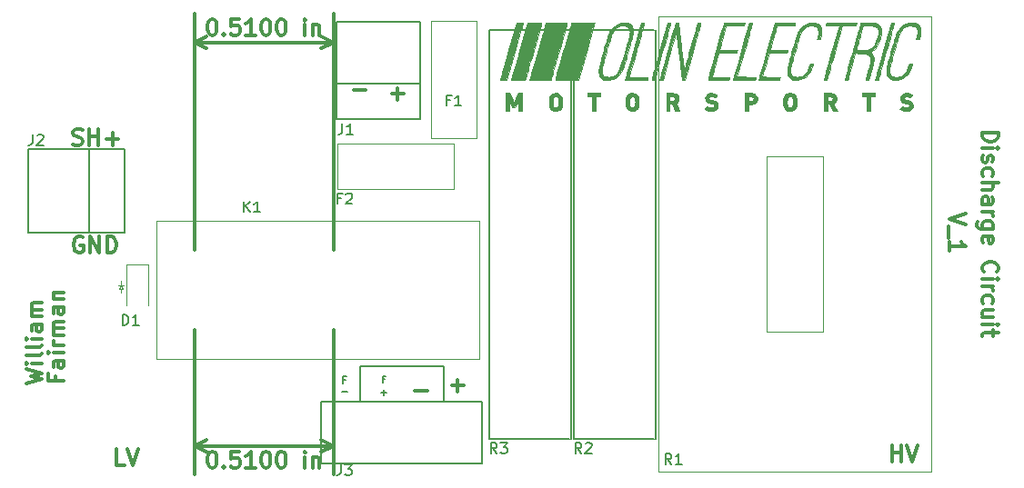
<source format=gbr>
G04 #@! TF.FileFunction,Legend,Top*
%FSLAX46Y46*%
G04 Gerber Fmt 4.6, Leading zero omitted, Abs format (unit mm)*
G04 Created by KiCad (PCBNEW 4.0.7-e2-6376~58~ubuntu16.04.1) date Mon Nov 27 21:16:57 2017*
%MOMM*%
%LPD*%
G01*
G04 APERTURE LIST*
%ADD10C,0.100000*%
%ADD11C,0.158750*%
%ADD12C,0.127000*%
%ADD13C,0.300000*%
%ADD14C,0.120000*%
%ADD15C,0.150000*%
%ADD16C,0.010000*%
G04 APERTURE END LIST*
D10*
D11*
X135853714Y-117636018D02*
X135642047Y-117636018D01*
X135642047Y-117968637D02*
X135642047Y-117333637D01*
X135944428Y-117333637D01*
X135521095Y-118837982D02*
X136004905Y-118837982D01*
X135763000Y-119079887D02*
X135763000Y-118596077D01*
D12*
X132170714Y-117651893D02*
X131959047Y-117651893D01*
X131959047Y-117984512D02*
X131959047Y-117349512D01*
X132261428Y-117349512D01*
X131838095Y-118822107D02*
X132321905Y-118822107D01*
D13*
X138620572Y-118725143D02*
X139763429Y-118725143D01*
X142049572Y-118217143D02*
X143192429Y-118217143D01*
X142621000Y-118788571D02*
X142621000Y-117645714D01*
X106823143Y-95730143D02*
X107037429Y-95801571D01*
X107394572Y-95801571D01*
X107537429Y-95730143D01*
X107608858Y-95658714D01*
X107680286Y-95515857D01*
X107680286Y-95373000D01*
X107608858Y-95230143D01*
X107537429Y-95158714D01*
X107394572Y-95087286D01*
X107108858Y-95015857D01*
X106966000Y-94944429D01*
X106894572Y-94873000D01*
X106823143Y-94730143D01*
X106823143Y-94587286D01*
X106894572Y-94444429D01*
X106966000Y-94373000D01*
X107108858Y-94301571D01*
X107466000Y-94301571D01*
X107680286Y-94373000D01*
X108323143Y-95801571D02*
X108323143Y-94301571D01*
X108323143Y-95015857D02*
X109180286Y-95015857D01*
X109180286Y-95801571D02*
X109180286Y-94301571D01*
X109894572Y-95230143D02*
X111037429Y-95230143D01*
X110466000Y-95801571D02*
X110466000Y-94658714D01*
X107696143Y-104406000D02*
X107553286Y-104334571D01*
X107339000Y-104334571D01*
X107124715Y-104406000D01*
X106981857Y-104548857D01*
X106910429Y-104691714D01*
X106839000Y-104977429D01*
X106839000Y-105191714D01*
X106910429Y-105477429D01*
X106981857Y-105620286D01*
X107124715Y-105763143D01*
X107339000Y-105834571D01*
X107481857Y-105834571D01*
X107696143Y-105763143D01*
X107767572Y-105691714D01*
X107767572Y-105191714D01*
X107481857Y-105191714D01*
X108410429Y-105834571D02*
X108410429Y-104334571D01*
X109267572Y-105834571D01*
X109267572Y-104334571D01*
X109981858Y-105834571D02*
X109981858Y-104334571D01*
X110339001Y-104334571D01*
X110553286Y-104406000D01*
X110696144Y-104548857D01*
X110767572Y-104691714D01*
X110839001Y-104977429D01*
X110839001Y-105191714D01*
X110767572Y-105477429D01*
X110696144Y-105620286D01*
X110553286Y-105763143D01*
X110339001Y-105834571D01*
X109981858Y-105834571D01*
X136461572Y-91039143D02*
X137604429Y-91039143D01*
X137033000Y-91610571D02*
X137033000Y-90467714D01*
X132905572Y-90658143D02*
X134048429Y-90658143D01*
X191472429Y-94620143D02*
X192972429Y-94620143D01*
X192972429Y-94977286D01*
X192901000Y-95191571D01*
X192758143Y-95334429D01*
X192615286Y-95405857D01*
X192329571Y-95477286D01*
X192115286Y-95477286D01*
X191829571Y-95405857D01*
X191686714Y-95334429D01*
X191543857Y-95191571D01*
X191472429Y-94977286D01*
X191472429Y-94620143D01*
X191472429Y-96120143D02*
X192472429Y-96120143D01*
X192972429Y-96120143D02*
X192901000Y-96048714D01*
X192829571Y-96120143D01*
X192901000Y-96191571D01*
X192972429Y-96120143D01*
X192829571Y-96120143D01*
X191543857Y-96763000D02*
X191472429Y-96905857D01*
X191472429Y-97191572D01*
X191543857Y-97334429D01*
X191686714Y-97405857D01*
X191758143Y-97405857D01*
X191901000Y-97334429D01*
X191972429Y-97191572D01*
X191972429Y-96977286D01*
X192043857Y-96834429D01*
X192186714Y-96763000D01*
X192258143Y-96763000D01*
X192401000Y-96834429D01*
X192472429Y-96977286D01*
X192472429Y-97191572D01*
X192401000Y-97334429D01*
X191543857Y-98691572D02*
X191472429Y-98548715D01*
X191472429Y-98263001D01*
X191543857Y-98120143D01*
X191615286Y-98048715D01*
X191758143Y-97977286D01*
X192186714Y-97977286D01*
X192329571Y-98048715D01*
X192401000Y-98120143D01*
X192472429Y-98263001D01*
X192472429Y-98548715D01*
X192401000Y-98691572D01*
X191472429Y-99334429D02*
X192972429Y-99334429D01*
X191472429Y-99977286D02*
X192258143Y-99977286D01*
X192401000Y-99905857D01*
X192472429Y-99763000D01*
X192472429Y-99548715D01*
X192401000Y-99405857D01*
X192329571Y-99334429D01*
X191472429Y-101334429D02*
X192258143Y-101334429D01*
X192401000Y-101263000D01*
X192472429Y-101120143D01*
X192472429Y-100834429D01*
X192401000Y-100691572D01*
X191543857Y-101334429D02*
X191472429Y-101191572D01*
X191472429Y-100834429D01*
X191543857Y-100691572D01*
X191686714Y-100620143D01*
X191829571Y-100620143D01*
X191972429Y-100691572D01*
X192043857Y-100834429D01*
X192043857Y-101191572D01*
X192115286Y-101334429D01*
X191472429Y-102048715D02*
X192472429Y-102048715D01*
X192186714Y-102048715D02*
X192329571Y-102120143D01*
X192401000Y-102191572D01*
X192472429Y-102334429D01*
X192472429Y-102477286D01*
X192472429Y-103620143D02*
X191258143Y-103620143D01*
X191115286Y-103548714D01*
X191043857Y-103477286D01*
X190972429Y-103334429D01*
X190972429Y-103120143D01*
X191043857Y-102977286D01*
X191543857Y-103620143D02*
X191472429Y-103477286D01*
X191472429Y-103191572D01*
X191543857Y-103048714D01*
X191615286Y-102977286D01*
X191758143Y-102905857D01*
X192186714Y-102905857D01*
X192329571Y-102977286D01*
X192401000Y-103048714D01*
X192472429Y-103191572D01*
X192472429Y-103477286D01*
X192401000Y-103620143D01*
X191543857Y-104905857D02*
X191472429Y-104763000D01*
X191472429Y-104477286D01*
X191543857Y-104334429D01*
X191686714Y-104263000D01*
X192258143Y-104263000D01*
X192401000Y-104334429D01*
X192472429Y-104477286D01*
X192472429Y-104763000D01*
X192401000Y-104905857D01*
X192258143Y-104977286D01*
X192115286Y-104977286D01*
X191972429Y-104263000D01*
X191615286Y-107620143D02*
X191543857Y-107548714D01*
X191472429Y-107334428D01*
X191472429Y-107191571D01*
X191543857Y-106977286D01*
X191686714Y-106834428D01*
X191829571Y-106763000D01*
X192115286Y-106691571D01*
X192329571Y-106691571D01*
X192615286Y-106763000D01*
X192758143Y-106834428D01*
X192901000Y-106977286D01*
X192972429Y-107191571D01*
X192972429Y-107334428D01*
X192901000Y-107548714D01*
X192829571Y-107620143D01*
X191472429Y-108263000D02*
X192472429Y-108263000D01*
X192972429Y-108263000D02*
X192901000Y-108191571D01*
X192829571Y-108263000D01*
X192901000Y-108334428D01*
X192972429Y-108263000D01*
X192829571Y-108263000D01*
X191472429Y-108977286D02*
X192472429Y-108977286D01*
X192186714Y-108977286D02*
X192329571Y-109048714D01*
X192401000Y-109120143D01*
X192472429Y-109263000D01*
X192472429Y-109405857D01*
X191543857Y-110548714D02*
X191472429Y-110405857D01*
X191472429Y-110120143D01*
X191543857Y-109977285D01*
X191615286Y-109905857D01*
X191758143Y-109834428D01*
X192186714Y-109834428D01*
X192329571Y-109905857D01*
X192401000Y-109977285D01*
X192472429Y-110120143D01*
X192472429Y-110405857D01*
X192401000Y-110548714D01*
X192472429Y-111834428D02*
X191472429Y-111834428D01*
X192472429Y-111191571D02*
X191686714Y-111191571D01*
X191543857Y-111262999D01*
X191472429Y-111405857D01*
X191472429Y-111620142D01*
X191543857Y-111762999D01*
X191615286Y-111834428D01*
X191472429Y-112548714D02*
X192472429Y-112548714D01*
X192972429Y-112548714D02*
X192901000Y-112477285D01*
X192829571Y-112548714D01*
X192901000Y-112620142D01*
X192972429Y-112548714D01*
X192829571Y-112548714D01*
X192472429Y-113048714D02*
X192472429Y-113620143D01*
X192972429Y-113263000D02*
X191686714Y-113263000D01*
X191543857Y-113334428D01*
X191472429Y-113477286D01*
X191472429Y-113620143D01*
X105175857Y-117307857D02*
X105175857Y-117807857D01*
X105961571Y-117807857D02*
X104461571Y-117807857D01*
X104461571Y-117093571D01*
X105961571Y-115879286D02*
X105175857Y-115879286D01*
X105033000Y-115950715D01*
X104961571Y-116093572D01*
X104961571Y-116379286D01*
X105033000Y-116522143D01*
X105890143Y-115879286D02*
X105961571Y-116022143D01*
X105961571Y-116379286D01*
X105890143Y-116522143D01*
X105747286Y-116593572D01*
X105604429Y-116593572D01*
X105461571Y-116522143D01*
X105390143Y-116379286D01*
X105390143Y-116022143D01*
X105318714Y-115879286D01*
X105961571Y-115165000D02*
X104961571Y-115165000D01*
X104461571Y-115165000D02*
X104533000Y-115236429D01*
X104604429Y-115165000D01*
X104533000Y-115093572D01*
X104461571Y-115165000D01*
X104604429Y-115165000D01*
X105961571Y-114450714D02*
X104961571Y-114450714D01*
X105247286Y-114450714D02*
X105104429Y-114379286D01*
X105033000Y-114307857D01*
X104961571Y-114165000D01*
X104961571Y-114022143D01*
X105961571Y-113522143D02*
X104961571Y-113522143D01*
X105104429Y-113522143D02*
X105033000Y-113450715D01*
X104961571Y-113307857D01*
X104961571Y-113093572D01*
X105033000Y-112950715D01*
X105175857Y-112879286D01*
X105961571Y-112879286D01*
X105175857Y-112879286D02*
X105033000Y-112807857D01*
X104961571Y-112665000D01*
X104961571Y-112450715D01*
X105033000Y-112307857D01*
X105175857Y-112236429D01*
X105961571Y-112236429D01*
X105961571Y-110879286D02*
X105175857Y-110879286D01*
X105033000Y-110950715D01*
X104961571Y-111093572D01*
X104961571Y-111379286D01*
X105033000Y-111522143D01*
X105890143Y-110879286D02*
X105961571Y-111022143D01*
X105961571Y-111379286D01*
X105890143Y-111522143D01*
X105747286Y-111593572D01*
X105604429Y-111593572D01*
X105461571Y-111522143D01*
X105390143Y-111379286D01*
X105390143Y-111022143D01*
X105318714Y-110879286D01*
X104961571Y-110165000D02*
X105961571Y-110165000D01*
X105104429Y-110165000D02*
X105033000Y-110093572D01*
X104961571Y-109950714D01*
X104961571Y-109736429D01*
X105033000Y-109593572D01*
X105175857Y-109522143D01*
X105961571Y-109522143D01*
X102429571Y-117994428D02*
X103929571Y-117637285D01*
X102858143Y-117351571D01*
X103929571Y-117065857D01*
X102429571Y-116708714D01*
X103929571Y-116137285D02*
X102929571Y-116137285D01*
X102429571Y-116137285D02*
X102501000Y-116208714D01*
X102572429Y-116137285D01*
X102501000Y-116065857D01*
X102429571Y-116137285D01*
X102572429Y-116137285D01*
X103929571Y-115208713D02*
X103858143Y-115351571D01*
X103715286Y-115422999D01*
X102429571Y-115422999D01*
X103929571Y-114422999D02*
X103858143Y-114565857D01*
X103715286Y-114637285D01*
X102429571Y-114637285D01*
X103929571Y-113851571D02*
X102929571Y-113851571D01*
X102429571Y-113851571D02*
X102501000Y-113923000D01*
X102572429Y-113851571D01*
X102501000Y-113780143D01*
X102429571Y-113851571D01*
X102572429Y-113851571D01*
X103929571Y-112494428D02*
X103143857Y-112494428D01*
X103001000Y-112565857D01*
X102929571Y-112708714D01*
X102929571Y-112994428D01*
X103001000Y-113137285D01*
X103858143Y-112494428D02*
X103929571Y-112637285D01*
X103929571Y-112994428D01*
X103858143Y-113137285D01*
X103715286Y-113208714D01*
X103572429Y-113208714D01*
X103429571Y-113137285D01*
X103358143Y-112994428D01*
X103358143Y-112637285D01*
X103286714Y-112494428D01*
X103929571Y-111780142D02*
X102929571Y-111780142D01*
X103072429Y-111780142D02*
X103001000Y-111708714D01*
X102929571Y-111565856D01*
X102929571Y-111351571D01*
X103001000Y-111208714D01*
X103143857Y-111137285D01*
X103929571Y-111137285D01*
X103143857Y-111137285D02*
X103001000Y-111065856D01*
X102929571Y-110922999D01*
X102929571Y-110708714D01*
X103001000Y-110565856D01*
X103143857Y-110494428D01*
X103929571Y-110494428D01*
X189924429Y-102227286D02*
X188424429Y-102727286D01*
X189924429Y-103227286D01*
X188281571Y-103370143D02*
X188281571Y-104513000D01*
X188424429Y-105655857D02*
X188424429Y-104798714D01*
X188424429Y-105227286D02*
X189924429Y-105227286D01*
X189710143Y-105084429D01*
X189567286Y-104941571D01*
X189495857Y-104798714D01*
X183078572Y-125265571D02*
X183078572Y-123765571D01*
X183078572Y-124479857D02*
X183935715Y-124479857D01*
X183935715Y-125265571D02*
X183935715Y-123765571D01*
X184435715Y-123765571D02*
X184935715Y-125265571D01*
X185435715Y-123765571D01*
X111581429Y-125646571D02*
X110867143Y-125646571D01*
X110867143Y-124146571D01*
X111867143Y-124146571D02*
X112367143Y-125646571D01*
X112867143Y-124146571D01*
X119694144Y-124353571D02*
X119837001Y-124353571D01*
X119979858Y-124425000D01*
X120051287Y-124496429D01*
X120122716Y-124639286D01*
X120194144Y-124925000D01*
X120194144Y-125282143D01*
X120122716Y-125567857D01*
X120051287Y-125710714D01*
X119979858Y-125782143D01*
X119837001Y-125853571D01*
X119694144Y-125853571D01*
X119551287Y-125782143D01*
X119479858Y-125710714D01*
X119408430Y-125567857D01*
X119337001Y-125282143D01*
X119337001Y-124925000D01*
X119408430Y-124639286D01*
X119479858Y-124496429D01*
X119551287Y-124425000D01*
X119694144Y-124353571D01*
X120837001Y-125710714D02*
X120908429Y-125782143D01*
X120837001Y-125853571D01*
X120765572Y-125782143D01*
X120837001Y-125710714D01*
X120837001Y-125853571D01*
X122265573Y-124353571D02*
X121551287Y-124353571D01*
X121479858Y-125067857D01*
X121551287Y-124996429D01*
X121694144Y-124925000D01*
X122051287Y-124925000D01*
X122194144Y-124996429D01*
X122265573Y-125067857D01*
X122337001Y-125210714D01*
X122337001Y-125567857D01*
X122265573Y-125710714D01*
X122194144Y-125782143D01*
X122051287Y-125853571D01*
X121694144Y-125853571D01*
X121551287Y-125782143D01*
X121479858Y-125710714D01*
X123765572Y-125853571D02*
X122908429Y-125853571D01*
X123337001Y-125853571D02*
X123337001Y-124353571D01*
X123194144Y-124567857D01*
X123051286Y-124710714D01*
X122908429Y-124782143D01*
X124694143Y-124353571D02*
X124837000Y-124353571D01*
X124979857Y-124425000D01*
X125051286Y-124496429D01*
X125122715Y-124639286D01*
X125194143Y-124925000D01*
X125194143Y-125282143D01*
X125122715Y-125567857D01*
X125051286Y-125710714D01*
X124979857Y-125782143D01*
X124837000Y-125853571D01*
X124694143Y-125853571D01*
X124551286Y-125782143D01*
X124479857Y-125710714D01*
X124408429Y-125567857D01*
X124337000Y-125282143D01*
X124337000Y-124925000D01*
X124408429Y-124639286D01*
X124479857Y-124496429D01*
X124551286Y-124425000D01*
X124694143Y-124353571D01*
X126122714Y-124353571D02*
X126265571Y-124353571D01*
X126408428Y-124425000D01*
X126479857Y-124496429D01*
X126551286Y-124639286D01*
X126622714Y-124925000D01*
X126622714Y-125282143D01*
X126551286Y-125567857D01*
X126479857Y-125710714D01*
X126408428Y-125782143D01*
X126265571Y-125853571D01*
X126122714Y-125853571D01*
X125979857Y-125782143D01*
X125908428Y-125710714D01*
X125837000Y-125567857D01*
X125765571Y-125282143D01*
X125765571Y-124925000D01*
X125837000Y-124639286D01*
X125908428Y-124496429D01*
X125979857Y-124425000D01*
X126122714Y-124353571D01*
X128408428Y-125853571D02*
X128408428Y-124853571D01*
X128408428Y-124353571D02*
X128336999Y-124425000D01*
X128408428Y-124496429D01*
X128479856Y-124425000D01*
X128408428Y-124353571D01*
X128408428Y-124496429D01*
X129122714Y-124853571D02*
X129122714Y-125853571D01*
X129122714Y-124996429D02*
X129194142Y-124925000D01*
X129337000Y-124853571D01*
X129551285Y-124853571D01*
X129694142Y-124925000D01*
X129765571Y-125067857D01*
X129765571Y-125853571D01*
X131064000Y-123825000D02*
X118110000Y-123825000D01*
X131064000Y-113030000D02*
X131064000Y-126525000D01*
X118110000Y-113030000D02*
X118110000Y-126525000D01*
X118110000Y-123825000D02*
X119236504Y-123238579D01*
X118110000Y-123825000D02*
X119236504Y-124411421D01*
X131064000Y-123825000D02*
X129937496Y-123238579D01*
X131064000Y-123825000D02*
X129937496Y-124411421D01*
X119694144Y-84061571D02*
X119837001Y-84061571D01*
X119979858Y-84133000D01*
X120051287Y-84204429D01*
X120122716Y-84347286D01*
X120194144Y-84633000D01*
X120194144Y-84990143D01*
X120122716Y-85275857D01*
X120051287Y-85418714D01*
X119979858Y-85490143D01*
X119837001Y-85561571D01*
X119694144Y-85561571D01*
X119551287Y-85490143D01*
X119479858Y-85418714D01*
X119408430Y-85275857D01*
X119337001Y-84990143D01*
X119337001Y-84633000D01*
X119408430Y-84347286D01*
X119479858Y-84204429D01*
X119551287Y-84133000D01*
X119694144Y-84061571D01*
X120837001Y-85418714D02*
X120908429Y-85490143D01*
X120837001Y-85561571D01*
X120765572Y-85490143D01*
X120837001Y-85418714D01*
X120837001Y-85561571D01*
X122265573Y-84061571D02*
X121551287Y-84061571D01*
X121479858Y-84775857D01*
X121551287Y-84704429D01*
X121694144Y-84633000D01*
X122051287Y-84633000D01*
X122194144Y-84704429D01*
X122265573Y-84775857D01*
X122337001Y-84918714D01*
X122337001Y-85275857D01*
X122265573Y-85418714D01*
X122194144Y-85490143D01*
X122051287Y-85561571D01*
X121694144Y-85561571D01*
X121551287Y-85490143D01*
X121479858Y-85418714D01*
X123765572Y-85561571D02*
X122908429Y-85561571D01*
X123337001Y-85561571D02*
X123337001Y-84061571D01*
X123194144Y-84275857D01*
X123051286Y-84418714D01*
X122908429Y-84490143D01*
X124694143Y-84061571D02*
X124837000Y-84061571D01*
X124979857Y-84133000D01*
X125051286Y-84204429D01*
X125122715Y-84347286D01*
X125194143Y-84633000D01*
X125194143Y-84990143D01*
X125122715Y-85275857D01*
X125051286Y-85418714D01*
X124979857Y-85490143D01*
X124837000Y-85561571D01*
X124694143Y-85561571D01*
X124551286Y-85490143D01*
X124479857Y-85418714D01*
X124408429Y-85275857D01*
X124337000Y-84990143D01*
X124337000Y-84633000D01*
X124408429Y-84347286D01*
X124479857Y-84204429D01*
X124551286Y-84133000D01*
X124694143Y-84061571D01*
X126122714Y-84061571D02*
X126265571Y-84061571D01*
X126408428Y-84133000D01*
X126479857Y-84204429D01*
X126551286Y-84347286D01*
X126622714Y-84633000D01*
X126622714Y-84990143D01*
X126551286Y-85275857D01*
X126479857Y-85418714D01*
X126408428Y-85490143D01*
X126265571Y-85561571D01*
X126122714Y-85561571D01*
X125979857Y-85490143D01*
X125908428Y-85418714D01*
X125837000Y-85275857D01*
X125765571Y-84990143D01*
X125765571Y-84633000D01*
X125837000Y-84347286D01*
X125908428Y-84204429D01*
X125979857Y-84133000D01*
X126122714Y-84061571D01*
X128408428Y-85561571D02*
X128408428Y-84561571D01*
X128408428Y-84061571D02*
X128336999Y-84133000D01*
X128408428Y-84204429D01*
X128479856Y-84133000D01*
X128408428Y-84061571D01*
X128408428Y-84204429D01*
X129122714Y-84561571D02*
X129122714Y-85561571D01*
X129122714Y-84704429D02*
X129194142Y-84633000D01*
X129337000Y-84561571D01*
X129551285Y-84561571D01*
X129694142Y-84633000D01*
X129765571Y-84775857D01*
X129765571Y-85561571D01*
X131064000Y-86233000D02*
X118110000Y-86233000D01*
X131064000Y-105537000D02*
X131064000Y-83533000D01*
X118110000Y-105537000D02*
X118110000Y-83533000D01*
X118110000Y-86233000D02*
X119236504Y-85646579D01*
X118110000Y-86233000D02*
X119236504Y-86819421D01*
X131064000Y-86233000D02*
X129937496Y-85646579D01*
X131064000Y-86233000D02*
X129937496Y-86819421D01*
D14*
X114594000Y-102830000D02*
X144594000Y-102830000D01*
X144594000Y-102830000D02*
X144594000Y-115730000D01*
X114594000Y-115730000D02*
X144594000Y-115730000D01*
X114594000Y-102830000D02*
X114594000Y-115730000D01*
X171390000Y-113190000D02*
X171390000Y-96890000D01*
X161290000Y-126240000D02*
X161290000Y-83840000D01*
X171390000Y-113190000D02*
X176590000Y-113190000D01*
X171390000Y-96890000D02*
X176590000Y-96890000D01*
X176590000Y-113190000D02*
X176590000Y-96890000D01*
X186690000Y-126240000D02*
X186690000Y-83840000D01*
X186690000Y-83840000D02*
X161290000Y-83840000D01*
X186690000Y-126240000D02*
X161290000Y-126240000D01*
D10*
X111276000Y-109193000D02*
X111276000Y-109593000D01*
X111276000Y-108893000D02*
X111476000Y-109193000D01*
X111476000Y-109193000D02*
X111076000Y-109193000D01*
X111076000Y-109193000D02*
X111276000Y-108893000D01*
X111276000Y-108493000D02*
X111276000Y-108893000D01*
X111276000Y-108893000D02*
X111526000Y-108893000D01*
X111526000Y-108893000D02*
X111026000Y-108893000D01*
D14*
X113776000Y-106893000D02*
X111776000Y-106893000D01*
X111776000Y-106893000D02*
X111776000Y-110743000D01*
X113776000Y-106893000D02*
X113776000Y-110743000D01*
X140120000Y-95172000D02*
X140120000Y-84272000D01*
X140120000Y-95172000D02*
X144360000Y-95172000D01*
X144360000Y-84272000D02*
X140120000Y-84272000D01*
X144360000Y-84272000D02*
X144360000Y-95172000D01*
X142289000Y-99910000D02*
X131389000Y-99910000D01*
X142289000Y-99910000D02*
X142289000Y-95670000D01*
X131389000Y-95670000D02*
X131389000Y-99910000D01*
X131389000Y-95670000D02*
X142289000Y-95670000D01*
D15*
X131327000Y-90050000D02*
X131327000Y-93360000D01*
X131327000Y-93360000D02*
X139127000Y-93360000D01*
X139127000Y-93360000D02*
X139127000Y-90050000D01*
X139127000Y-90050000D02*
X139127000Y-84328000D01*
X131327000Y-90050000D02*
X131327000Y-84328000D01*
X139127000Y-90050000D02*
X131327000Y-90050000D01*
X139127000Y-84328000D02*
X131327000Y-84328000D01*
X108338000Y-104004000D02*
X111648000Y-104004000D01*
X111648000Y-104004000D02*
X111648000Y-96204000D01*
X111648000Y-96204000D02*
X108338000Y-96204000D01*
X108338000Y-96204000D02*
X102616000Y-96204000D01*
X108338000Y-104004000D02*
X102616000Y-104004000D01*
X108338000Y-96204000D02*
X108338000Y-104004000D01*
X102616000Y-96204000D02*
X102616000Y-104004000D01*
X141314000Y-119754000D02*
X141314000Y-116444000D01*
X141314000Y-116444000D02*
X133514000Y-116444000D01*
X133514000Y-116444000D02*
X133514000Y-119754000D01*
X129914000Y-119754000D02*
X129914000Y-125476000D01*
X144914000Y-119754000D02*
X144914000Y-125476000D01*
X129914000Y-119754000D02*
X144914000Y-119754000D01*
X129914000Y-125476000D02*
X144914000Y-125476000D01*
X161036000Y-85090000D02*
X161036000Y-123190000D01*
X153416000Y-123190000D02*
X153416000Y-85090000D01*
X153416000Y-123190000D02*
X160916000Y-123190000D01*
X153416000Y-85090000D02*
X160916000Y-85090000D01*
X153162000Y-85090000D02*
X153162000Y-123190000D01*
X145542000Y-123190000D02*
X145542000Y-85090000D01*
X145542000Y-123190000D02*
X153042000Y-123190000D01*
X145542000Y-85090000D02*
X153042000Y-85090000D01*
D16*
G36*
X151846944Y-90964555D02*
X151985057Y-90996693D01*
X152103133Y-91063457D01*
X152192319Y-91145981D01*
X152253911Y-91225125D01*
X152298398Y-91314727D01*
X152327549Y-91423260D01*
X152343137Y-91559195D01*
X152346931Y-91731004D01*
X152343754Y-91870486D01*
X152331375Y-92066255D01*
X152307214Y-92219772D01*
X152267726Y-92338915D01*
X152209367Y-92431561D01*
X152128590Y-92505587D01*
X152031700Y-92563877D01*
X151934576Y-92597725D01*
X151810576Y-92619438D01*
X151681135Y-92627093D01*
X151567687Y-92618766D01*
X151527094Y-92609143D01*
X151384502Y-92537998D01*
X151264740Y-92427694D01*
X151191601Y-92314694D01*
X151167484Y-92263477D01*
X151150294Y-92217571D01*
X151139067Y-92167500D01*
X151132836Y-92103784D01*
X151130638Y-92016948D01*
X151131507Y-91897514D01*
X151134182Y-91750871D01*
X151134316Y-91744681D01*
X151460978Y-91744681D01*
X151464824Y-91872568D01*
X151473763Y-91995673D01*
X151486987Y-92100797D01*
X151503686Y-92174740D01*
X151512748Y-92195361D01*
X151563703Y-92248247D01*
X151637673Y-92296255D01*
X151711162Y-92325288D01*
X151734511Y-92328421D01*
X151778862Y-92317811D01*
X151840234Y-92291394D01*
X151842031Y-92290470D01*
X151900143Y-92253133D01*
X151941880Y-92205102D01*
X151969437Y-92138354D01*
X151985011Y-92044867D01*
X151990798Y-91916618D01*
X151989172Y-91752896D01*
X151980900Y-91410305D01*
X151897949Y-91336252D01*
X151800465Y-91276293D01*
X151702449Y-91262789D01*
X151611958Y-91292125D01*
X151537049Y-91360690D01*
X151485783Y-91464868D01*
X151471804Y-91527354D01*
X151463035Y-91625210D01*
X151460978Y-91744681D01*
X151134316Y-91744681D01*
X151137595Y-91593384D01*
X151141512Y-91477726D01*
X151147248Y-91394928D01*
X151156123Y-91336027D01*
X151169452Y-91292056D01*
X151188554Y-91254049D01*
X151212766Y-91216026D01*
X151311063Y-91097722D01*
X151427110Y-91019271D01*
X151570904Y-90975222D01*
X151677083Y-90962881D01*
X151846944Y-90964555D01*
X151846944Y-90964555D01*
G37*
X151846944Y-90964555D02*
X151985057Y-90996693D01*
X152103133Y-91063457D01*
X152192319Y-91145981D01*
X152253911Y-91225125D01*
X152298398Y-91314727D01*
X152327549Y-91423260D01*
X152343137Y-91559195D01*
X152346931Y-91731004D01*
X152343754Y-91870486D01*
X152331375Y-92066255D01*
X152307214Y-92219772D01*
X152267726Y-92338915D01*
X152209367Y-92431561D01*
X152128590Y-92505587D01*
X152031700Y-92563877D01*
X151934576Y-92597725D01*
X151810576Y-92619438D01*
X151681135Y-92627093D01*
X151567687Y-92618766D01*
X151527094Y-92609143D01*
X151384502Y-92537998D01*
X151264740Y-92427694D01*
X151191601Y-92314694D01*
X151167484Y-92263477D01*
X151150294Y-92217571D01*
X151139067Y-92167500D01*
X151132836Y-92103784D01*
X151130638Y-92016948D01*
X151131507Y-91897514D01*
X151134182Y-91750871D01*
X151134316Y-91744681D01*
X151460978Y-91744681D01*
X151464824Y-91872568D01*
X151473763Y-91995673D01*
X151486987Y-92100797D01*
X151503686Y-92174740D01*
X151512748Y-92195361D01*
X151563703Y-92248247D01*
X151637673Y-92296255D01*
X151711162Y-92325288D01*
X151734511Y-92328421D01*
X151778862Y-92317811D01*
X151840234Y-92291394D01*
X151842031Y-92290470D01*
X151900143Y-92253133D01*
X151941880Y-92205102D01*
X151969437Y-92138354D01*
X151985011Y-92044867D01*
X151990798Y-91916618D01*
X151989172Y-91752896D01*
X151980900Y-91410305D01*
X151897949Y-91336252D01*
X151800465Y-91276293D01*
X151702449Y-91262789D01*
X151611958Y-91292125D01*
X151537049Y-91360690D01*
X151485783Y-91464868D01*
X151471804Y-91527354D01*
X151463035Y-91625210D01*
X151460978Y-91744681D01*
X151134316Y-91744681D01*
X151137595Y-91593384D01*
X151141512Y-91477726D01*
X151147248Y-91394928D01*
X151156123Y-91336027D01*
X151169452Y-91292056D01*
X151188554Y-91254049D01*
X151212766Y-91216026D01*
X151311063Y-91097722D01*
X151427110Y-91019271D01*
X151570904Y-90975222D01*
X151677083Y-90962881D01*
X151846944Y-90964555D01*
G36*
X159045821Y-90974073D02*
X159190487Y-91030184D01*
X159315643Y-91121603D01*
X159397307Y-91223149D01*
X159427063Y-91273116D01*
X159448143Y-91317752D01*
X159462301Y-91367327D01*
X159471293Y-91432111D01*
X159476872Y-91522375D01*
X159480795Y-91648388D01*
X159482545Y-91721980D01*
X159484248Y-91920864D01*
X159477735Y-92077514D01*
X159460979Y-92200118D01*
X159431954Y-92296864D01*
X159388632Y-92375939D01*
X159328986Y-92445530D01*
X159295779Y-92476376D01*
X159149688Y-92572423D01*
X158983272Y-92623050D01*
X158800456Y-92627472D01*
X158663869Y-92602404D01*
X158561901Y-92555109D01*
X158458747Y-92473996D01*
X158368841Y-92373585D01*
X158306615Y-92268398D01*
X158292972Y-92229237D01*
X158280008Y-92147022D01*
X158272230Y-92020892D01*
X158269925Y-91857496D01*
X158270140Y-91840881D01*
X158612311Y-91840881D01*
X158614429Y-91970899D01*
X158619729Y-92061178D01*
X158629864Y-92122753D01*
X158646485Y-92166663D01*
X158665560Y-92196481D01*
X158752288Y-92280510D01*
X158848398Y-92317709D01*
X158946608Y-92307463D01*
X159039637Y-92249156D01*
X159058770Y-92229724D01*
X159096387Y-92179707D01*
X159120603Y-92120067D01*
X159136469Y-92035066D01*
X159144280Y-91963224D01*
X159151994Y-91797269D01*
X159145410Y-91636084D01*
X159125771Y-91495585D01*
X159100827Y-91407052D01*
X159048765Y-91335293D01*
X158966227Y-91282852D01*
X158873090Y-91262296D01*
X158871911Y-91262294D01*
X158810961Y-91275452D01*
X158739829Y-91307451D01*
X158732328Y-91311883D01*
X158686725Y-91347395D01*
X158653761Y-91395142D01*
X158631647Y-91463010D01*
X158618595Y-91558884D01*
X158612815Y-91690649D01*
X158612311Y-91840881D01*
X158270140Y-91840881D01*
X158271555Y-91731859D01*
X158275192Y-91583704D01*
X158279592Y-91476290D01*
X158286439Y-91399564D01*
X158297413Y-91343475D01*
X158314199Y-91297973D01*
X158338477Y-91253004D01*
X158356692Y-91223145D01*
X158458827Y-91102714D01*
X158588147Y-91017591D01*
X158735312Y-90967777D01*
X158890983Y-90953271D01*
X159045821Y-90974073D01*
X159045821Y-90974073D01*
G37*
X159045821Y-90974073D02*
X159190487Y-91030184D01*
X159315643Y-91121603D01*
X159397307Y-91223149D01*
X159427063Y-91273116D01*
X159448143Y-91317752D01*
X159462301Y-91367327D01*
X159471293Y-91432111D01*
X159476872Y-91522375D01*
X159480795Y-91648388D01*
X159482545Y-91721980D01*
X159484248Y-91920864D01*
X159477735Y-92077514D01*
X159460979Y-92200118D01*
X159431954Y-92296864D01*
X159388632Y-92375939D01*
X159328986Y-92445530D01*
X159295779Y-92476376D01*
X159149688Y-92572423D01*
X158983272Y-92623050D01*
X158800456Y-92627472D01*
X158663869Y-92602404D01*
X158561901Y-92555109D01*
X158458747Y-92473996D01*
X158368841Y-92373585D01*
X158306615Y-92268398D01*
X158292972Y-92229237D01*
X158280008Y-92147022D01*
X158272230Y-92020892D01*
X158269925Y-91857496D01*
X158270140Y-91840881D01*
X158612311Y-91840881D01*
X158614429Y-91970899D01*
X158619729Y-92061178D01*
X158629864Y-92122753D01*
X158646485Y-92166663D01*
X158665560Y-92196481D01*
X158752288Y-92280510D01*
X158848398Y-92317709D01*
X158946608Y-92307463D01*
X159039637Y-92249156D01*
X159058770Y-92229724D01*
X159096387Y-92179707D01*
X159120603Y-92120067D01*
X159136469Y-92035066D01*
X159144280Y-91963224D01*
X159151994Y-91797269D01*
X159145410Y-91636084D01*
X159125771Y-91495585D01*
X159100827Y-91407052D01*
X159048765Y-91335293D01*
X158966227Y-91282852D01*
X158873090Y-91262296D01*
X158871911Y-91262294D01*
X158810961Y-91275452D01*
X158739829Y-91307451D01*
X158732328Y-91311883D01*
X158686725Y-91347395D01*
X158653761Y-91395142D01*
X158631647Y-91463010D01*
X158618595Y-91558884D01*
X158612815Y-91690649D01*
X158612311Y-91840881D01*
X158270140Y-91840881D01*
X158271555Y-91731859D01*
X158275192Y-91583704D01*
X158279592Y-91476290D01*
X158286439Y-91399564D01*
X158297413Y-91343475D01*
X158314199Y-91297973D01*
X158338477Y-91253004D01*
X158356692Y-91223145D01*
X158458827Y-91102714D01*
X158588147Y-91017591D01*
X158735312Y-90967777D01*
X158890983Y-90953271D01*
X159045821Y-90974073D01*
G36*
X166418534Y-90970836D02*
X166564327Y-91006750D01*
X166681703Y-91062216D01*
X166749060Y-91120024D01*
X166765824Y-91148804D01*
X166759450Y-91179198D01*
X166724433Y-91223376D01*
X166683068Y-91265883D01*
X166580917Y-91368035D01*
X166482185Y-91315117D01*
X166369234Y-91273167D01*
X166250838Y-91259743D01*
X166142401Y-91274510D01*
X166059326Y-91317129D01*
X166051345Y-91324545D01*
X165999497Y-91395302D01*
X165993832Y-91464579D01*
X166013694Y-91514881D01*
X166035782Y-91546172D01*
X166069870Y-91570065D01*
X166125853Y-91590265D01*
X166213627Y-91610475D01*
X166323983Y-91631026D01*
X166493602Y-91669885D01*
X166619776Y-91721254D01*
X166709339Y-91790382D01*
X166769126Y-91882518D01*
X166805562Y-92000920D01*
X166816672Y-92165603D01*
X166780939Y-92313467D01*
X166700490Y-92440026D01*
X166577453Y-92540794D01*
X166539480Y-92561844D01*
X166437801Y-92596626D01*
X166304779Y-92618642D01*
X166158512Y-92626799D01*
X166017097Y-92620003D01*
X165908242Y-92600002D01*
X165821408Y-92566884D01*
X165735531Y-92520306D01*
X165663338Y-92468901D01*
X165617561Y-92421303D01*
X165608000Y-92396362D01*
X165624999Y-92362140D01*
X165668696Y-92307979D01*
X165707721Y-92267333D01*
X165807443Y-92169958D01*
X165873116Y-92221616D01*
X165983908Y-92281910D01*
X166115738Y-92313301D01*
X166251191Y-92314476D01*
X166372854Y-92284121D01*
X166414450Y-92262421D01*
X166456990Y-92208867D01*
X166472403Y-92132996D01*
X166459198Y-92056345D01*
X166431685Y-92013314D01*
X166398447Y-91981818D01*
X166387235Y-91973365D01*
X166326174Y-91966665D01*
X166233504Y-91949666D01*
X166125271Y-91926098D01*
X166017521Y-91899694D01*
X165926300Y-91874186D01*
X165867654Y-91853307D01*
X165864552Y-91851797D01*
X165769046Y-91776755D01*
X165702918Y-91670546D01*
X165667420Y-91544309D01*
X165663803Y-91409181D01*
X165693321Y-91276299D01*
X165757224Y-91156801D01*
X165782906Y-91125647D01*
X165882453Y-91041172D01*
X166003634Y-90987676D01*
X166155833Y-90961834D01*
X166255700Y-90958205D01*
X166418534Y-90970836D01*
X166418534Y-90970836D01*
G37*
X166418534Y-90970836D02*
X166564327Y-91006750D01*
X166681703Y-91062216D01*
X166749060Y-91120024D01*
X166765824Y-91148804D01*
X166759450Y-91179198D01*
X166724433Y-91223376D01*
X166683068Y-91265883D01*
X166580917Y-91368035D01*
X166482185Y-91315117D01*
X166369234Y-91273167D01*
X166250838Y-91259743D01*
X166142401Y-91274510D01*
X166059326Y-91317129D01*
X166051345Y-91324545D01*
X165999497Y-91395302D01*
X165993832Y-91464579D01*
X166013694Y-91514881D01*
X166035782Y-91546172D01*
X166069870Y-91570065D01*
X166125853Y-91590265D01*
X166213627Y-91610475D01*
X166323983Y-91631026D01*
X166493602Y-91669885D01*
X166619776Y-91721254D01*
X166709339Y-91790382D01*
X166769126Y-91882518D01*
X166805562Y-92000920D01*
X166816672Y-92165603D01*
X166780939Y-92313467D01*
X166700490Y-92440026D01*
X166577453Y-92540794D01*
X166539480Y-92561844D01*
X166437801Y-92596626D01*
X166304779Y-92618642D01*
X166158512Y-92626799D01*
X166017097Y-92620003D01*
X165908242Y-92600002D01*
X165821408Y-92566884D01*
X165735531Y-92520306D01*
X165663338Y-92468901D01*
X165617561Y-92421303D01*
X165608000Y-92396362D01*
X165624999Y-92362140D01*
X165668696Y-92307979D01*
X165707721Y-92267333D01*
X165807443Y-92169958D01*
X165873116Y-92221616D01*
X165983908Y-92281910D01*
X166115738Y-92313301D01*
X166251191Y-92314476D01*
X166372854Y-92284121D01*
X166414450Y-92262421D01*
X166456990Y-92208867D01*
X166472403Y-92132996D01*
X166459198Y-92056345D01*
X166431685Y-92013314D01*
X166398447Y-91981818D01*
X166387235Y-91973365D01*
X166326174Y-91966665D01*
X166233504Y-91949666D01*
X166125271Y-91926098D01*
X166017521Y-91899694D01*
X165926300Y-91874186D01*
X165867654Y-91853307D01*
X165864552Y-91851797D01*
X165769046Y-91776755D01*
X165702918Y-91670546D01*
X165667420Y-91544309D01*
X165663803Y-91409181D01*
X165693321Y-91276299D01*
X165757224Y-91156801D01*
X165782906Y-91125647D01*
X165882453Y-91041172D01*
X166003634Y-90987676D01*
X166155833Y-90961834D01*
X166255700Y-90958205D01*
X166418534Y-90970836D01*
G36*
X173730668Y-90978018D02*
X173883524Y-91036651D01*
X174004374Y-91134600D01*
X174093526Y-91272051D01*
X174104924Y-91297852D01*
X174128499Y-91383229D01*
X174146625Y-91505361D01*
X174158589Y-91650422D01*
X174163678Y-91804588D01*
X174161180Y-91954034D01*
X174150382Y-92084937D01*
X174146787Y-92110094D01*
X174103786Y-92279304D01*
X174031498Y-92411459D01*
X173925355Y-92513886D01*
X173874368Y-92547023D01*
X173749675Y-92598049D01*
X173602375Y-92625151D01*
X173453602Y-92626332D01*
X173324490Y-92599594D01*
X173323198Y-92599115D01*
X173170006Y-92517286D01*
X173051336Y-92400713D01*
X172996168Y-92310640D01*
X172972957Y-92258922D01*
X172956689Y-92207868D01*
X172946131Y-92147126D01*
X172940053Y-92066346D01*
X172937224Y-91955176D01*
X172937003Y-91914830D01*
X173281293Y-91914830D01*
X173289100Y-92048837D01*
X173308143Y-92146912D01*
X173340419Y-92216231D01*
X173387925Y-92263967D01*
X173436599Y-92290732D01*
X173503138Y-92317825D01*
X173548690Y-92324961D01*
X173598426Y-92312269D01*
X173648829Y-92291814D01*
X173712128Y-92255039D01*
X173757585Y-92200720D01*
X173787688Y-92121298D01*
X173804927Y-92009216D01*
X173811788Y-91856916D01*
X173812200Y-91795600D01*
X173807984Y-91628995D01*
X173795602Y-91504668D01*
X173776783Y-91429803D01*
X173713341Y-91332048D01*
X173627799Y-91275848D01*
X173529677Y-91263417D01*
X173428495Y-91296966D01*
X173374450Y-91336300D01*
X173291500Y-91410400D01*
X173282727Y-91737718D01*
X173281293Y-91914830D01*
X172937003Y-91914830D01*
X172936418Y-91808300D01*
X172938194Y-91627495D01*
X172945458Y-91488057D01*
X172960280Y-91380665D01*
X172984728Y-91296001D01*
X173020872Y-91224745D01*
X173070780Y-91157579D01*
X173084420Y-91141734D01*
X173193364Y-91045317D01*
X173322309Y-90986091D01*
X173480651Y-90960321D01*
X173545500Y-90958515D01*
X173730668Y-90978018D01*
X173730668Y-90978018D01*
G37*
X173730668Y-90978018D02*
X173883524Y-91036651D01*
X174004374Y-91134600D01*
X174093526Y-91272051D01*
X174104924Y-91297852D01*
X174128499Y-91383229D01*
X174146625Y-91505361D01*
X174158589Y-91650422D01*
X174163678Y-91804588D01*
X174161180Y-91954034D01*
X174150382Y-92084937D01*
X174146787Y-92110094D01*
X174103786Y-92279304D01*
X174031498Y-92411459D01*
X173925355Y-92513886D01*
X173874368Y-92547023D01*
X173749675Y-92598049D01*
X173602375Y-92625151D01*
X173453602Y-92626332D01*
X173324490Y-92599594D01*
X173323198Y-92599115D01*
X173170006Y-92517286D01*
X173051336Y-92400713D01*
X172996168Y-92310640D01*
X172972957Y-92258922D01*
X172956689Y-92207868D01*
X172946131Y-92147126D01*
X172940053Y-92066346D01*
X172937224Y-91955176D01*
X172937003Y-91914830D01*
X173281293Y-91914830D01*
X173289100Y-92048837D01*
X173308143Y-92146912D01*
X173340419Y-92216231D01*
X173387925Y-92263967D01*
X173436599Y-92290732D01*
X173503138Y-92317825D01*
X173548690Y-92324961D01*
X173598426Y-92312269D01*
X173648829Y-92291814D01*
X173712128Y-92255039D01*
X173757585Y-92200720D01*
X173787688Y-92121298D01*
X173804927Y-92009216D01*
X173811788Y-91856916D01*
X173812200Y-91795600D01*
X173807984Y-91628995D01*
X173795602Y-91504668D01*
X173776783Y-91429803D01*
X173713341Y-91332048D01*
X173627799Y-91275848D01*
X173529677Y-91263417D01*
X173428495Y-91296966D01*
X173374450Y-91336300D01*
X173291500Y-91410400D01*
X173282727Y-91737718D01*
X173281293Y-91914830D01*
X172937003Y-91914830D01*
X172936418Y-91808300D01*
X172938194Y-91627495D01*
X172945458Y-91488057D01*
X172960280Y-91380665D01*
X172984728Y-91296001D01*
X173020872Y-91224745D01*
X173070780Y-91157579D01*
X173084420Y-91141734D01*
X173193364Y-91045317D01*
X173322309Y-90986091D01*
X173480651Y-90960321D01*
X173545500Y-90958515D01*
X173730668Y-90978018D01*
G36*
X184613553Y-90969792D02*
X184673872Y-90982561D01*
X184758526Y-91016205D01*
X184839145Y-91059408D01*
X184902486Y-91103795D01*
X184935307Y-91140994D01*
X184937226Y-91149095D01*
X184920433Y-91180587D01*
X184877201Y-91232509D01*
X184841110Y-91269714D01*
X184744820Y-91363738D01*
X184645239Y-91312969D01*
X184529142Y-91270830D01*
X184415581Y-91259154D01*
X184314117Y-91275416D01*
X184234312Y-91317090D01*
X184185727Y-91381651D01*
X184175400Y-91437052D01*
X184186857Y-91499913D01*
X184225624Y-91548105D01*
X184298290Y-91585654D01*
X184411448Y-91616584D01*
X184495603Y-91632627D01*
X184659829Y-91668651D01*
X184781419Y-91714998D01*
X184868230Y-91776420D01*
X184928119Y-91857669D01*
X184950672Y-91907864D01*
X184986477Y-92063246D01*
X184978293Y-92214973D01*
X184929364Y-92353946D01*
X184842934Y-92471062D01*
X184722245Y-92557219D01*
X184718636Y-92558986D01*
X184606811Y-92596400D01*
X184465730Y-92619923D01*
X184315435Y-92627932D01*
X184175966Y-92618804D01*
X184117855Y-92607635D01*
X184014739Y-92573691D01*
X183913370Y-92527072D01*
X183831408Y-92476731D01*
X183794942Y-92443953D01*
X183780443Y-92416482D01*
X183788889Y-92384839D01*
X183825770Y-92337920D01*
X183870604Y-92290895D01*
X183980424Y-92178997D01*
X184047959Y-92227086D01*
X184147767Y-92277637D01*
X184270284Y-92311353D01*
X184390625Y-92322557D01*
X184444508Y-92317523D01*
X184530083Y-92285901D01*
X184603005Y-92232051D01*
X184649104Y-92168435D01*
X184658000Y-92129768D01*
X184643748Y-92063067D01*
X184597194Y-92012088D01*
X184512643Y-91973267D01*
X184384396Y-91943039D01*
X184350436Y-91937298D01*
X184176414Y-91901307D01*
X184045823Y-91853782D01*
X183951762Y-91790072D01*
X183887329Y-91705525D01*
X183846121Y-91597372D01*
X183827120Y-91436890D01*
X183855099Y-91287027D01*
X183927418Y-91154991D01*
X184041434Y-91047994D01*
X184049341Y-91042661D01*
X184113442Y-91005765D01*
X184180214Y-90982774D01*
X184266700Y-90969353D01*
X184364656Y-90962426D01*
X184499731Y-90960769D01*
X184613553Y-90969792D01*
X184613553Y-90969792D01*
G37*
X184613553Y-90969792D02*
X184673872Y-90982561D01*
X184758526Y-91016205D01*
X184839145Y-91059408D01*
X184902486Y-91103795D01*
X184935307Y-91140994D01*
X184937226Y-91149095D01*
X184920433Y-91180587D01*
X184877201Y-91232509D01*
X184841110Y-91269714D01*
X184744820Y-91363738D01*
X184645239Y-91312969D01*
X184529142Y-91270830D01*
X184415581Y-91259154D01*
X184314117Y-91275416D01*
X184234312Y-91317090D01*
X184185727Y-91381651D01*
X184175400Y-91437052D01*
X184186857Y-91499913D01*
X184225624Y-91548105D01*
X184298290Y-91585654D01*
X184411448Y-91616584D01*
X184495603Y-91632627D01*
X184659829Y-91668651D01*
X184781419Y-91714998D01*
X184868230Y-91776420D01*
X184928119Y-91857669D01*
X184950672Y-91907864D01*
X184986477Y-92063246D01*
X184978293Y-92214973D01*
X184929364Y-92353946D01*
X184842934Y-92471062D01*
X184722245Y-92557219D01*
X184718636Y-92558986D01*
X184606811Y-92596400D01*
X184465730Y-92619923D01*
X184315435Y-92627932D01*
X184175966Y-92618804D01*
X184117855Y-92607635D01*
X184014739Y-92573691D01*
X183913370Y-92527072D01*
X183831408Y-92476731D01*
X183794942Y-92443953D01*
X183780443Y-92416482D01*
X183788889Y-92384839D01*
X183825770Y-92337920D01*
X183870604Y-92290895D01*
X183980424Y-92178997D01*
X184047959Y-92227086D01*
X184147767Y-92277637D01*
X184270284Y-92311353D01*
X184390625Y-92322557D01*
X184444508Y-92317523D01*
X184530083Y-92285901D01*
X184603005Y-92232051D01*
X184649104Y-92168435D01*
X184658000Y-92129768D01*
X184643748Y-92063067D01*
X184597194Y-92012088D01*
X184512643Y-91973267D01*
X184384396Y-91943039D01*
X184350436Y-91937298D01*
X184176414Y-91901307D01*
X184045823Y-91853782D01*
X183951762Y-91790072D01*
X183887329Y-91705525D01*
X183846121Y-91597372D01*
X183827120Y-91436890D01*
X183855099Y-91287027D01*
X183927418Y-91154991D01*
X184041434Y-91047994D01*
X184049341Y-91042661D01*
X184113442Y-91005765D01*
X184180214Y-90982774D01*
X184266700Y-90969353D01*
X184364656Y-90962426D01*
X184499731Y-90960769D01*
X184613553Y-90969792D01*
G36*
X147634246Y-91388475D02*
X147843468Y-91819550D01*
X148255700Y-90957400D01*
X148590000Y-90957400D01*
X148590000Y-92608400D01*
X148259800Y-92608400D01*
X148256848Y-91706700D01*
X148112794Y-91992450D01*
X147968739Y-92278200D01*
X147712660Y-92278200D01*
X147568605Y-91992450D01*
X147424551Y-91706700D01*
X147423075Y-92157550D01*
X147421600Y-92608400D01*
X147091400Y-92608400D01*
X147091400Y-90957400D01*
X147425023Y-90957400D01*
X147634246Y-91388475D01*
X147634246Y-91388475D01*
G37*
X147634246Y-91388475D02*
X147843468Y-91819550D01*
X148255700Y-90957400D01*
X148590000Y-90957400D01*
X148590000Y-92608400D01*
X148259800Y-92608400D01*
X148256848Y-91706700D01*
X148112794Y-91992450D01*
X147968739Y-92278200D01*
X147712660Y-92278200D01*
X147568605Y-91992450D01*
X147424551Y-91706700D01*
X147423075Y-92157550D01*
X147421600Y-92608400D01*
X147091400Y-92608400D01*
X147091400Y-90957400D01*
X147425023Y-90957400D01*
X147634246Y-91388475D01*
G36*
X155905200Y-91262200D02*
X155473400Y-91262200D01*
X155473400Y-92608400D01*
X155143200Y-92608400D01*
X155143200Y-91262200D01*
X154711400Y-91262200D01*
X154711400Y-90957400D01*
X155905200Y-90957400D01*
X155905200Y-91262200D01*
X155905200Y-91262200D01*
G37*
X155905200Y-91262200D02*
X155473400Y-91262200D01*
X155473400Y-92608400D01*
X155143200Y-92608400D01*
X155143200Y-91262200D01*
X154711400Y-91262200D01*
X154711400Y-90957400D01*
X155905200Y-90957400D01*
X155905200Y-91262200D01*
G36*
X162375850Y-90958005D02*
X162513226Y-90959860D01*
X162640666Y-90964503D01*
X162745297Y-90971268D01*
X162814247Y-90979492D01*
X162821653Y-90981025D01*
X162966018Y-91038459D01*
X163080981Y-91132374D01*
X163161860Y-91254870D01*
X163203978Y-91398050D01*
X163202653Y-91554014D01*
X163192070Y-91606211D01*
X163158409Y-91690980D01*
X163105243Y-91774948D01*
X163043199Y-91845252D01*
X162982903Y-91889023D01*
X162951727Y-91897200D01*
X162943911Y-91912792D01*
X162958185Y-91961563D01*
X162995791Y-92046508D01*
X163057968Y-92170620D01*
X163092273Y-92236215D01*
X163154612Y-92355374D01*
X163207498Y-92458456D01*
X163246793Y-92537236D01*
X163268358Y-92583489D01*
X163271200Y-92591815D01*
X163247826Y-92599580D01*
X163185790Y-92605399D01*
X163097224Y-92608263D01*
X163071680Y-92608400D01*
X162872161Y-92608400D01*
X162722430Y-92291185D01*
X162572700Y-91973971D01*
X162464750Y-91973685D01*
X162356800Y-91973400D01*
X162356800Y-92608400D01*
X162026600Y-92608400D01*
X162026600Y-91668600D01*
X162356800Y-91668600D01*
X162548454Y-91668600D01*
X162650417Y-91666701D01*
X162716399Y-91658591D01*
X162761153Y-91640649D01*
X162799431Y-91609253D01*
X162802454Y-91606254D01*
X162854686Y-91525405D01*
X162856732Y-91439611D01*
X162808548Y-91352074D01*
X162805935Y-91348999D01*
X162769566Y-91313156D01*
X162726885Y-91290902D01*
X162663583Y-91277677D01*
X162565352Y-91268920D01*
X162551935Y-91268042D01*
X162356800Y-91255519D01*
X162356800Y-91668600D01*
X162026600Y-91668600D01*
X162026600Y-90957400D01*
X162375850Y-90958005D01*
X162375850Y-90958005D01*
G37*
X162375850Y-90958005D02*
X162513226Y-90959860D01*
X162640666Y-90964503D01*
X162745297Y-90971268D01*
X162814247Y-90979492D01*
X162821653Y-90981025D01*
X162966018Y-91038459D01*
X163080981Y-91132374D01*
X163161860Y-91254870D01*
X163203978Y-91398050D01*
X163202653Y-91554014D01*
X163192070Y-91606211D01*
X163158409Y-91690980D01*
X163105243Y-91774948D01*
X163043199Y-91845252D01*
X162982903Y-91889023D01*
X162951727Y-91897200D01*
X162943911Y-91912792D01*
X162958185Y-91961563D01*
X162995791Y-92046508D01*
X163057968Y-92170620D01*
X163092273Y-92236215D01*
X163154612Y-92355374D01*
X163207498Y-92458456D01*
X163246793Y-92537236D01*
X163268358Y-92583489D01*
X163271200Y-92591815D01*
X163247826Y-92599580D01*
X163185790Y-92605399D01*
X163097224Y-92608263D01*
X163071680Y-92608400D01*
X162872161Y-92608400D01*
X162722430Y-92291185D01*
X162572700Y-91973971D01*
X162464750Y-91973685D01*
X162356800Y-91973400D01*
X162356800Y-92608400D01*
X162026600Y-92608400D01*
X162026600Y-91668600D01*
X162356800Y-91668600D01*
X162548454Y-91668600D01*
X162650417Y-91666701D01*
X162716399Y-91658591D01*
X162761153Y-91640649D01*
X162799431Y-91609253D01*
X162802454Y-91606254D01*
X162854686Y-91525405D01*
X162856732Y-91439611D01*
X162808548Y-91352074D01*
X162805935Y-91348999D01*
X162769566Y-91313156D01*
X162726885Y-91290902D01*
X162663583Y-91277677D01*
X162565352Y-91268920D01*
X162551935Y-91268042D01*
X162356800Y-91255519D01*
X162356800Y-91668600D01*
X162026600Y-91668600D01*
X162026600Y-90957400D01*
X162375850Y-90958005D01*
G36*
X169678350Y-90957541D02*
X169857079Y-90959570D01*
X169994749Y-90966597D01*
X170100992Y-90980274D01*
X170185437Y-91002252D01*
X170257716Y-91034181D01*
X170309987Y-91065820D01*
X170400288Y-91153927D01*
X170466496Y-91274582D01*
X170504679Y-91413705D01*
X170510904Y-91557216D01*
X170483184Y-91685996D01*
X170409487Y-91813815D01*
X170297615Y-91908168D01*
X170147545Y-91969065D01*
X169959251Y-91996521D01*
X169894250Y-91998242D01*
X169672000Y-91998800D01*
X169672000Y-92608400D01*
X169316400Y-92608400D01*
X169316400Y-91262200D01*
X169672000Y-91262200D01*
X169672000Y-91694000D01*
X169846374Y-91694000D01*
X169953566Y-91690014D01*
X170025827Y-91675887D01*
X170078557Y-91648364D01*
X170084820Y-91643601D01*
X170149945Y-91565316D01*
X170167504Y-91474399D01*
X170143210Y-91391734D01*
X170082367Y-91322675D01*
X169983333Y-91280062D01*
X169843102Y-91262735D01*
X169807909Y-91262200D01*
X169672000Y-91262200D01*
X169316400Y-91262200D01*
X169316400Y-90957400D01*
X169678350Y-90957541D01*
X169678350Y-90957541D01*
G37*
X169678350Y-90957541D02*
X169857079Y-90959570D01*
X169994749Y-90966597D01*
X170100992Y-90980274D01*
X170185437Y-91002252D01*
X170257716Y-91034181D01*
X170309987Y-91065820D01*
X170400288Y-91153927D01*
X170466496Y-91274582D01*
X170504679Y-91413705D01*
X170510904Y-91557216D01*
X170483184Y-91685996D01*
X170409487Y-91813815D01*
X170297615Y-91908168D01*
X170147545Y-91969065D01*
X169959251Y-91996521D01*
X169894250Y-91998242D01*
X169672000Y-91998800D01*
X169672000Y-92608400D01*
X169316400Y-92608400D01*
X169316400Y-91262200D01*
X169672000Y-91262200D01*
X169672000Y-91694000D01*
X169846374Y-91694000D01*
X169953566Y-91690014D01*
X170025827Y-91675887D01*
X170078557Y-91648364D01*
X170084820Y-91643601D01*
X170149945Y-91565316D01*
X170167504Y-91474399D01*
X170143210Y-91391734D01*
X170082367Y-91322675D01*
X169983333Y-91280062D01*
X169843102Y-91262735D01*
X169807909Y-91262200D01*
X169672000Y-91262200D01*
X169316400Y-91262200D01*
X169316400Y-90957400D01*
X169678350Y-90957541D01*
G36*
X177044350Y-90957541D02*
X177230229Y-90960020D01*
X177374509Y-90968403D01*
X177486212Y-90984355D01*
X177574363Y-91009542D01*
X177647983Y-91045629D01*
X177694814Y-91077595D01*
X177784339Y-91174756D01*
X177845389Y-91301705D01*
X177874420Y-91443970D01*
X177867890Y-91587078D01*
X177841553Y-91676951D01*
X177798836Y-91746702D01*
X177734215Y-91819516D01*
X177664702Y-91878102D01*
X177619979Y-91902173D01*
X177619698Y-91927638D01*
X177643283Y-91992607D01*
X177688887Y-92092776D01*
X177754661Y-92223839D01*
X177773659Y-92260202D01*
X177956835Y-92608400D01*
X177542512Y-92608400D01*
X177238758Y-91973400D01*
X177038000Y-91973400D01*
X177038000Y-92608400D01*
X176682400Y-92608400D01*
X176682400Y-91262200D01*
X177038000Y-91262200D01*
X177038000Y-91668600D01*
X177222150Y-91667792D01*
X177332084Y-91662497D01*
X177413874Y-91648919D01*
X177449751Y-91633972D01*
X177509392Y-91560574D01*
X177528848Y-91470896D01*
X177508585Y-91390526D01*
X177447214Y-91321778D01*
X177346566Y-91279445D01*
X177204217Y-91262597D01*
X177173909Y-91262200D01*
X177038000Y-91262200D01*
X176682400Y-91262200D01*
X176682400Y-90957400D01*
X177044350Y-90957541D01*
X177044350Y-90957541D01*
G37*
X177044350Y-90957541D02*
X177230229Y-90960020D01*
X177374509Y-90968403D01*
X177486212Y-90984355D01*
X177574363Y-91009542D01*
X177647983Y-91045629D01*
X177694814Y-91077595D01*
X177784339Y-91174756D01*
X177845389Y-91301705D01*
X177874420Y-91443970D01*
X177867890Y-91587078D01*
X177841553Y-91676951D01*
X177798836Y-91746702D01*
X177734215Y-91819516D01*
X177664702Y-91878102D01*
X177619979Y-91902173D01*
X177619698Y-91927638D01*
X177643283Y-91992607D01*
X177688887Y-92092776D01*
X177754661Y-92223839D01*
X177773659Y-92260202D01*
X177956835Y-92608400D01*
X177542512Y-92608400D01*
X177238758Y-91973400D01*
X177038000Y-91973400D01*
X177038000Y-92608400D01*
X176682400Y-92608400D01*
X176682400Y-91262200D01*
X177038000Y-91262200D01*
X177038000Y-91668600D01*
X177222150Y-91667792D01*
X177332084Y-91662497D01*
X177413874Y-91648919D01*
X177449751Y-91633972D01*
X177509392Y-91560574D01*
X177528848Y-91470896D01*
X177508585Y-91390526D01*
X177447214Y-91321778D01*
X177346566Y-91279445D01*
X177204217Y-91262597D01*
X177173909Y-91262200D01*
X177038000Y-91262200D01*
X176682400Y-91262200D01*
X176682400Y-90957400D01*
X177044350Y-90957541D01*
G36*
X181457600Y-91262200D02*
X181025800Y-91262200D01*
X181025800Y-92608400D01*
X180670200Y-92608400D01*
X180670200Y-91262200D01*
X180263800Y-91262200D01*
X180263800Y-90957400D01*
X181457600Y-90957400D01*
X181457600Y-91262200D01*
X181457600Y-91262200D01*
G37*
X181457600Y-91262200D02*
X181025800Y-91262200D01*
X181025800Y-92608400D01*
X180670200Y-92608400D01*
X180670200Y-91262200D01*
X180263800Y-91262200D01*
X180263800Y-90957400D01*
X181457600Y-90957400D01*
X181457600Y-91262200D01*
G36*
X148522810Y-84404507D02*
X148607960Y-84406499D01*
X148658681Y-84411780D01*
X148683158Y-84421956D01*
X148689576Y-84438632D01*
X148686520Y-84461349D01*
X148678154Y-84493091D01*
X148656703Y-84570408D01*
X148623093Y-84690045D01*
X148578249Y-84848748D01*
X148523097Y-85043263D01*
X148458564Y-85270334D01*
X148385574Y-85526708D01*
X148305055Y-85809130D01*
X148217930Y-86114346D01*
X148125127Y-86439100D01*
X148027571Y-86780138D01*
X147927909Y-87128197D01*
X147180300Y-89737895D01*
X146870364Y-89738047D01*
X146560429Y-89738200D01*
X146592997Y-89629984D01*
X146604371Y-89591046D01*
X146628768Y-89506649D01*
X146665218Y-89380169D01*
X146712751Y-89214982D01*
X146770397Y-89014464D01*
X146837188Y-88781990D01*
X146912153Y-88520937D01*
X146994322Y-88234680D01*
X147082726Y-87926596D01*
X147176395Y-87600061D01*
X147274360Y-87258450D01*
X147359068Y-86962984D01*
X148092571Y-84404200D01*
X148395046Y-84404200D01*
X148522810Y-84404507D01*
X148522810Y-84404507D01*
G37*
X148522810Y-84404507D02*
X148607960Y-84406499D01*
X148658681Y-84411780D01*
X148683158Y-84421956D01*
X148689576Y-84438632D01*
X148686520Y-84461349D01*
X148678154Y-84493091D01*
X148656703Y-84570408D01*
X148623093Y-84690045D01*
X148578249Y-84848748D01*
X148523097Y-85043263D01*
X148458564Y-85270334D01*
X148385574Y-85526708D01*
X148305055Y-85809130D01*
X148217930Y-86114346D01*
X148125127Y-86439100D01*
X148027571Y-86780138D01*
X147927909Y-87128197D01*
X147180300Y-89737895D01*
X146870364Y-89738047D01*
X146560429Y-89738200D01*
X146592997Y-89629984D01*
X146604371Y-89591046D01*
X146628768Y-89506649D01*
X146665218Y-89380169D01*
X146712751Y-89214982D01*
X146770397Y-89014464D01*
X146837188Y-88781990D01*
X146912153Y-88520937D01*
X146994322Y-88234680D01*
X147082726Y-87926596D01*
X147176395Y-87600061D01*
X147274360Y-87258450D01*
X147359068Y-86962984D01*
X148092571Y-84404200D01*
X148395046Y-84404200D01*
X148522810Y-84404507D01*
G36*
X150235214Y-84408084D02*
X150315707Y-84410480D01*
X150367837Y-84414967D01*
X150397212Y-84421878D01*
X150409440Y-84431547D01*
X150410130Y-84444307D01*
X150409098Y-84448217D01*
X150400368Y-84478455D01*
X150378624Y-84554190D01*
X150344823Y-84672080D01*
X150299922Y-84828779D01*
X150244878Y-85020945D01*
X150180650Y-85245234D01*
X150108194Y-85498303D01*
X150028468Y-85776808D01*
X149942429Y-86077406D01*
X149851035Y-86396753D01*
X149755243Y-86731506D01*
X149694385Y-86944200D01*
X149595433Y-87289996D01*
X149499644Y-87624664D01*
X149408042Y-87944627D01*
X149321651Y-88246311D01*
X149241496Y-88526142D01*
X149168602Y-88780544D01*
X149103991Y-89005943D01*
X149048690Y-89198764D01*
X149003722Y-89355432D01*
X148970111Y-89472373D01*
X148948883Y-89546011D01*
X148942860Y-89566750D01*
X148892648Y-89738200D01*
X148246024Y-89738200D01*
X148038763Y-89737651D01*
X147877679Y-89735854D01*
X147758159Y-89732582D01*
X147675590Y-89727608D01*
X147625361Y-89720705D01*
X147602857Y-89711645D01*
X147600549Y-89706450D01*
X147607585Y-89678225D01*
X147627771Y-89604384D01*
X147660196Y-89488126D01*
X147703952Y-89332652D01*
X147758128Y-89141160D01*
X147821816Y-88916850D01*
X147894104Y-88662922D01*
X147974083Y-88382575D01*
X148060844Y-88079009D01*
X148153477Y-87755423D01*
X148251071Y-87415017D01*
X148352718Y-87060991D01*
X148357083Y-87045800D01*
X149112466Y-84416900D01*
X149767482Y-84410117D01*
X149966710Y-84408236D01*
X150120751Y-84407447D01*
X150235214Y-84408084D01*
X150235214Y-84408084D01*
G37*
X150235214Y-84408084D02*
X150315707Y-84410480D01*
X150367837Y-84414967D01*
X150397212Y-84421878D01*
X150409440Y-84431547D01*
X150410130Y-84444307D01*
X150409098Y-84448217D01*
X150400368Y-84478455D01*
X150378624Y-84554190D01*
X150344823Y-84672080D01*
X150299922Y-84828779D01*
X150244878Y-85020945D01*
X150180650Y-85245234D01*
X150108194Y-85498303D01*
X150028468Y-85776808D01*
X149942429Y-86077406D01*
X149851035Y-86396753D01*
X149755243Y-86731506D01*
X149694385Y-86944200D01*
X149595433Y-87289996D01*
X149499644Y-87624664D01*
X149408042Y-87944627D01*
X149321651Y-88246311D01*
X149241496Y-88526142D01*
X149168602Y-88780544D01*
X149103991Y-89005943D01*
X149048690Y-89198764D01*
X149003722Y-89355432D01*
X148970111Y-89472373D01*
X148948883Y-89546011D01*
X148942860Y-89566750D01*
X148892648Y-89738200D01*
X148246024Y-89738200D01*
X148038763Y-89737651D01*
X147877679Y-89735854D01*
X147758159Y-89732582D01*
X147675590Y-89727608D01*
X147625361Y-89720705D01*
X147602857Y-89711645D01*
X147600549Y-89706450D01*
X147607585Y-89678225D01*
X147627771Y-89604384D01*
X147660196Y-89488126D01*
X147703952Y-89332652D01*
X147758128Y-89141160D01*
X147821816Y-88916850D01*
X147894104Y-88662922D01*
X147974083Y-88382575D01*
X148060844Y-88079009D01*
X148153477Y-87755423D01*
X148251071Y-87415017D01*
X148352718Y-87060991D01*
X148357083Y-87045800D01*
X149112466Y-84416900D01*
X149767482Y-84410117D01*
X149966710Y-84408236D01*
X150120751Y-84407447D01*
X150235214Y-84408084D01*
G36*
X152068279Y-84404311D02*
X152272839Y-84404784D01*
X152435781Y-84405828D01*
X152561698Y-84407651D01*
X152655179Y-84410461D01*
X152720817Y-84414467D01*
X152763202Y-84419878D01*
X152786927Y-84426902D01*
X152796581Y-84435748D01*
X152796757Y-84446623D01*
X152796186Y-84448650D01*
X152787462Y-84478681D01*
X152765689Y-84554295D01*
X152731799Y-84672236D01*
X152686727Y-84829249D01*
X152631406Y-85022079D01*
X152566769Y-85247471D01*
X152493749Y-85502169D01*
X152413281Y-85782918D01*
X152326297Y-86086463D01*
X152233730Y-86409548D01*
X152136515Y-86748919D01*
X152044210Y-87071200D01*
X151943558Y-87422627D01*
X151846704Y-87760751D01*
X151754580Y-88082315D01*
X151668121Y-88384064D01*
X151588258Y-88662742D01*
X151515925Y-88915096D01*
X151452055Y-89137869D01*
X151397582Y-89327806D01*
X151353439Y-89481653D01*
X151320558Y-89596153D01*
X151299872Y-89668052D01*
X151292423Y-89693750D01*
X151286173Y-89705013D01*
X151271759Y-89714204D01*
X151244457Y-89721531D01*
X151199545Y-89727204D01*
X151132298Y-89731431D01*
X151037995Y-89734421D01*
X150911911Y-89736384D01*
X150749324Y-89737529D01*
X150545510Y-89738064D01*
X150295746Y-89738199D01*
X150288376Y-89738200D01*
X150037852Y-89738088D01*
X149833534Y-89737614D01*
X149670830Y-89736569D01*
X149545146Y-89734743D01*
X149451889Y-89731928D01*
X149386467Y-89727915D01*
X149344285Y-89722493D01*
X149320752Y-89715455D01*
X149311273Y-89706591D01*
X149311256Y-89695693D01*
X149311824Y-89693750D01*
X149321538Y-89660788D01*
X149343927Y-89583517D01*
X149377890Y-89465779D01*
X149422324Y-89311415D01*
X149476130Y-89124269D01*
X149538207Y-88908181D01*
X149607453Y-88666996D01*
X149682768Y-88404553D01*
X149763050Y-88124697D01*
X149847200Y-87831269D01*
X149934114Y-87528110D01*
X150022694Y-87219064D01*
X150111838Y-86907973D01*
X150200444Y-86598678D01*
X150287412Y-86295023D01*
X150371642Y-86000848D01*
X150452031Y-85719997D01*
X150527480Y-85456311D01*
X150596887Y-85213633D01*
X150659151Y-84995804D01*
X150713171Y-84806668D01*
X150757846Y-84650066D01*
X150792076Y-84529840D01*
X150814759Y-84449833D01*
X150824795Y-84413886D01*
X150825200Y-84412241D01*
X150849693Y-84410467D01*
X150919545Y-84408829D01*
X151029317Y-84407370D01*
X151173566Y-84406135D01*
X151346853Y-84405168D01*
X151543738Y-84404513D01*
X151758778Y-84404214D01*
X151817511Y-84404200D01*
X152068279Y-84404311D01*
X152068279Y-84404311D01*
G37*
X152068279Y-84404311D02*
X152272839Y-84404784D01*
X152435781Y-84405828D01*
X152561698Y-84407651D01*
X152655179Y-84410461D01*
X152720817Y-84414467D01*
X152763202Y-84419878D01*
X152786927Y-84426902D01*
X152796581Y-84435748D01*
X152796757Y-84446623D01*
X152796186Y-84448650D01*
X152787462Y-84478681D01*
X152765689Y-84554295D01*
X152731799Y-84672236D01*
X152686727Y-84829249D01*
X152631406Y-85022079D01*
X152566769Y-85247471D01*
X152493749Y-85502169D01*
X152413281Y-85782918D01*
X152326297Y-86086463D01*
X152233730Y-86409548D01*
X152136515Y-86748919D01*
X152044210Y-87071200D01*
X151943558Y-87422627D01*
X151846704Y-87760751D01*
X151754580Y-88082315D01*
X151668121Y-88384064D01*
X151588258Y-88662742D01*
X151515925Y-88915096D01*
X151452055Y-89137869D01*
X151397582Y-89327806D01*
X151353439Y-89481653D01*
X151320558Y-89596153D01*
X151299872Y-89668052D01*
X151292423Y-89693750D01*
X151286173Y-89705013D01*
X151271759Y-89714204D01*
X151244457Y-89721531D01*
X151199545Y-89727204D01*
X151132298Y-89731431D01*
X151037995Y-89734421D01*
X150911911Y-89736384D01*
X150749324Y-89737529D01*
X150545510Y-89738064D01*
X150295746Y-89738199D01*
X150288376Y-89738200D01*
X150037852Y-89738088D01*
X149833534Y-89737614D01*
X149670830Y-89736569D01*
X149545146Y-89734743D01*
X149451889Y-89731928D01*
X149386467Y-89727915D01*
X149344285Y-89722493D01*
X149320752Y-89715455D01*
X149311273Y-89706591D01*
X149311256Y-89695693D01*
X149311824Y-89693750D01*
X149321538Y-89660788D01*
X149343927Y-89583517D01*
X149377890Y-89465779D01*
X149422324Y-89311415D01*
X149476130Y-89124269D01*
X149538207Y-88908181D01*
X149607453Y-88666996D01*
X149682768Y-88404553D01*
X149763050Y-88124697D01*
X149847200Y-87831269D01*
X149934114Y-87528110D01*
X150022694Y-87219064D01*
X150111838Y-86907973D01*
X150200444Y-86598678D01*
X150287412Y-86295023D01*
X150371642Y-86000848D01*
X150452031Y-85719997D01*
X150527480Y-85456311D01*
X150596887Y-85213633D01*
X150659151Y-84995804D01*
X150713171Y-84806668D01*
X150757846Y-84650066D01*
X150792076Y-84529840D01*
X150814759Y-84449833D01*
X150824795Y-84413886D01*
X150825200Y-84412241D01*
X150849693Y-84410467D01*
X150919545Y-84408829D01*
X151029317Y-84407370D01*
X151173566Y-84406135D01*
X151346853Y-84405168D01*
X151543738Y-84404513D01*
X151758778Y-84404214D01*
X151817511Y-84404200D01*
X152068279Y-84404311D01*
G36*
X155334688Y-84474049D02*
X155325653Y-84507572D01*
X155303528Y-84586631D01*
X155269252Y-84707940D01*
X155223762Y-84868211D01*
X155167996Y-85064156D01*
X155102893Y-85292487D01*
X155029391Y-85549917D01*
X154948427Y-85833159D01*
X154860939Y-86138924D01*
X154767866Y-86463925D01*
X154670146Y-86804874D01*
X154575541Y-87134700D01*
X153832143Y-89725500D01*
X152758671Y-89732127D01*
X152496969Y-89733646D01*
X152281641Y-89734564D01*
X152108264Y-89734721D01*
X151972412Y-89733958D01*
X151869662Y-89732116D01*
X151795591Y-89729035D01*
X151745774Y-89724558D01*
X151715788Y-89718523D01*
X151701207Y-89710774D01*
X151697609Y-89701150D01*
X151698998Y-89694027D01*
X151707745Y-89663957D01*
X151729541Y-89588305D01*
X151763453Y-89470327D01*
X151808547Y-89313279D01*
X151863890Y-89120416D01*
X151928548Y-88894993D01*
X152001586Y-88640267D01*
X152082072Y-88359493D01*
X152169072Y-88055927D01*
X152261652Y-87732824D01*
X152358879Y-87393441D01*
X152451178Y-87071200D01*
X152551834Y-86719773D01*
X152648691Y-86381650D01*
X152740814Y-86060088D01*
X152827272Y-85758339D01*
X152907131Y-85479661D01*
X152979458Y-85227308D01*
X153043319Y-85004535D01*
X153097783Y-84814597D01*
X153141916Y-84660750D01*
X153174785Y-84546249D01*
X153195456Y-84474349D01*
X153202891Y-84448650D01*
X153208915Y-84437761D01*
X153222869Y-84428805D01*
X153249302Y-84421592D01*
X153292761Y-84415935D01*
X153357792Y-84411649D01*
X153448944Y-84408546D01*
X153570764Y-84406438D01*
X153727799Y-84405138D01*
X153924596Y-84404461D01*
X154165703Y-84404217D01*
X154283329Y-84404200D01*
X155350436Y-84404200D01*
X155334688Y-84474049D01*
X155334688Y-84474049D01*
G37*
X155334688Y-84474049D02*
X155325653Y-84507572D01*
X155303528Y-84586631D01*
X155269252Y-84707940D01*
X155223762Y-84868211D01*
X155167996Y-85064156D01*
X155102893Y-85292487D01*
X155029391Y-85549917D01*
X154948427Y-85833159D01*
X154860939Y-86138924D01*
X154767866Y-86463925D01*
X154670146Y-86804874D01*
X154575541Y-87134700D01*
X153832143Y-89725500D01*
X152758671Y-89732127D01*
X152496969Y-89733646D01*
X152281641Y-89734564D01*
X152108264Y-89734721D01*
X151972412Y-89733958D01*
X151869662Y-89732116D01*
X151795591Y-89729035D01*
X151745774Y-89724558D01*
X151715788Y-89718523D01*
X151701207Y-89710774D01*
X151697609Y-89701150D01*
X151698998Y-89694027D01*
X151707745Y-89663957D01*
X151729541Y-89588305D01*
X151763453Y-89470327D01*
X151808547Y-89313279D01*
X151863890Y-89120416D01*
X151928548Y-88894993D01*
X152001586Y-88640267D01*
X152082072Y-88359493D01*
X152169072Y-88055927D01*
X152261652Y-87732824D01*
X152358879Y-87393441D01*
X152451178Y-87071200D01*
X152551834Y-86719773D01*
X152648691Y-86381650D01*
X152740814Y-86060088D01*
X152827272Y-85758339D01*
X152907131Y-85479661D01*
X152979458Y-85227308D01*
X153043319Y-85004535D01*
X153097783Y-84814597D01*
X153141916Y-84660750D01*
X153174785Y-84546249D01*
X153195456Y-84474349D01*
X153202891Y-84448650D01*
X153208915Y-84437761D01*
X153222869Y-84428805D01*
X153249302Y-84421592D01*
X153292761Y-84415935D01*
X153357792Y-84411649D01*
X153448944Y-84408546D01*
X153570764Y-84406438D01*
X153727799Y-84405138D01*
X153924596Y-84404461D01*
X154165703Y-84404217D01*
X154283329Y-84404200D01*
X155350436Y-84404200D01*
X155334688Y-84474049D01*
G36*
X158211643Y-84410811D02*
X158410617Y-84447965D01*
X158583047Y-84517960D01*
X158724232Y-84619190D01*
X158829474Y-84750047D01*
X158865328Y-84821677D01*
X158899021Y-84940677D01*
X158918471Y-85092872D01*
X158922779Y-85262442D01*
X158911047Y-85433566D01*
X158903245Y-85489284D01*
X158889019Y-85558189D01*
X158862075Y-85669828D01*
X158823985Y-85818649D01*
X158776317Y-85999101D01*
X158720640Y-86205633D01*
X158658524Y-86432694D01*
X158591539Y-86674733D01*
X158521252Y-86926198D01*
X158449235Y-87181540D01*
X158377056Y-87435206D01*
X158306284Y-87681646D01*
X158238490Y-87915308D01*
X158175241Y-88130641D01*
X158118108Y-88322095D01*
X158068660Y-88484118D01*
X158028466Y-88611159D01*
X157999095Y-88697667D01*
X157988392Y-88725330D01*
X157853271Y-88990578D01*
X157690139Y-89220016D01*
X157502099Y-89410752D01*
X157292250Y-89559894D01*
X157063694Y-89664551D01*
X156944236Y-89699089D01*
X156799902Y-89722895D01*
X156635565Y-89733956D01*
X156470678Y-89732145D01*
X156324696Y-89717332D01*
X156259544Y-89703605D01*
X156082719Y-89632968D01*
X155941445Y-89526432D01*
X155836694Y-89384872D01*
X155791398Y-89282412D01*
X155770646Y-89190071D01*
X155757834Y-89063166D01*
X155753197Y-88917344D01*
X155755917Y-88809917D01*
X156033423Y-88809917D01*
X156037368Y-88960366D01*
X156055543Y-89089232D01*
X156080207Y-89166700D01*
X156147054Y-89280471D01*
X156231737Y-89362705D01*
X156341314Y-89416616D01*
X156482841Y-89445415D01*
X156663373Y-89452316D01*
X156705300Y-89451335D01*
X156833249Y-89445254D01*
X156927441Y-89434262D01*
X157004896Y-89414970D01*
X157082631Y-89383987D01*
X157111700Y-89370404D01*
X157250379Y-89291262D01*
X157374424Y-89191408D01*
X157486510Y-89066388D01*
X157589314Y-88911749D01*
X157685510Y-88723038D01*
X157777775Y-88495801D01*
X157868783Y-88225585D01*
X157936057Y-87998300D01*
X158056890Y-87570293D01*
X158164213Y-87188839D01*
X158258638Y-86851691D01*
X158340776Y-86556601D01*
X158411238Y-86301325D01*
X158470635Y-86083616D01*
X158519577Y-85901227D01*
X158558677Y-85751913D01*
X158588544Y-85633426D01*
X158609790Y-85543521D01*
X158623027Y-85479952D01*
X158626315Y-85460752D01*
X158641683Y-85251871D01*
X158618984Y-85072480D01*
X158558828Y-84924389D01*
X158461823Y-84809406D01*
X158390540Y-84759527D01*
X158336016Y-84731137D01*
X158282838Y-84712732D01*
X158217985Y-84702198D01*
X158128438Y-84697425D01*
X158001175Y-84696300D01*
X158000700Y-84696300D01*
X157871434Y-84697572D01*
X157778338Y-84702951D01*
X157706811Y-84714784D01*
X157642252Y-84735415D01*
X157575619Y-84764575D01*
X157479200Y-84814357D01*
X157386115Y-84869800D01*
X157337534Y-84903331D01*
X157247758Y-84989071D01*
X157151421Y-85110042D01*
X157057350Y-85253059D01*
X156974368Y-85404938D01*
X156921591Y-85524753D01*
X156902355Y-85581222D01*
X156871134Y-85680981D01*
X156829543Y-85818374D01*
X156779201Y-85987745D01*
X156721725Y-86183441D01*
X156658732Y-86399805D01*
X156591841Y-86631183D01*
X156522667Y-86871919D01*
X156452829Y-87116358D01*
X156383945Y-87358844D01*
X156317631Y-87593724D01*
X156255506Y-87815341D01*
X156199186Y-88018040D01*
X156150290Y-88196166D01*
X156110434Y-88344065D01*
X156081236Y-88456079D01*
X156069223Y-88504911D01*
X156043957Y-88653044D01*
X156033423Y-88809917D01*
X155755917Y-88809917D01*
X155756972Y-88768253D01*
X155769397Y-88631543D01*
X155780533Y-88564700D01*
X155792687Y-88514626D01*
X155817151Y-88421301D01*
X155852358Y-88290338D01*
X155896737Y-88127352D01*
X155948722Y-87937959D01*
X156006744Y-87727773D01*
X156069234Y-87502410D01*
X156134624Y-87267484D01*
X156201345Y-87028611D01*
X156267830Y-86791405D01*
X156332510Y-86561482D01*
X156393816Y-86344456D01*
X156450180Y-86145942D01*
X156500034Y-85971555D01*
X156541809Y-85826911D01*
X156573937Y-85717624D01*
X156594849Y-85649309D01*
X156595013Y-85648800D01*
X156707483Y-85363000D01*
X156849251Y-85108468D01*
X157017130Y-84888526D01*
X157207936Y-84706494D01*
X157418482Y-84565696D01*
X157645581Y-84469454D01*
X157752865Y-84441453D01*
X157990825Y-84408105D01*
X158211643Y-84410811D01*
X158211643Y-84410811D01*
G37*
X158211643Y-84410811D02*
X158410617Y-84447965D01*
X158583047Y-84517960D01*
X158724232Y-84619190D01*
X158829474Y-84750047D01*
X158865328Y-84821677D01*
X158899021Y-84940677D01*
X158918471Y-85092872D01*
X158922779Y-85262442D01*
X158911047Y-85433566D01*
X158903245Y-85489284D01*
X158889019Y-85558189D01*
X158862075Y-85669828D01*
X158823985Y-85818649D01*
X158776317Y-85999101D01*
X158720640Y-86205633D01*
X158658524Y-86432694D01*
X158591539Y-86674733D01*
X158521252Y-86926198D01*
X158449235Y-87181540D01*
X158377056Y-87435206D01*
X158306284Y-87681646D01*
X158238490Y-87915308D01*
X158175241Y-88130641D01*
X158118108Y-88322095D01*
X158068660Y-88484118D01*
X158028466Y-88611159D01*
X157999095Y-88697667D01*
X157988392Y-88725330D01*
X157853271Y-88990578D01*
X157690139Y-89220016D01*
X157502099Y-89410752D01*
X157292250Y-89559894D01*
X157063694Y-89664551D01*
X156944236Y-89699089D01*
X156799902Y-89722895D01*
X156635565Y-89733956D01*
X156470678Y-89732145D01*
X156324696Y-89717332D01*
X156259544Y-89703605D01*
X156082719Y-89632968D01*
X155941445Y-89526432D01*
X155836694Y-89384872D01*
X155791398Y-89282412D01*
X155770646Y-89190071D01*
X155757834Y-89063166D01*
X155753197Y-88917344D01*
X155755917Y-88809917D01*
X156033423Y-88809917D01*
X156037368Y-88960366D01*
X156055543Y-89089232D01*
X156080207Y-89166700D01*
X156147054Y-89280471D01*
X156231737Y-89362705D01*
X156341314Y-89416616D01*
X156482841Y-89445415D01*
X156663373Y-89452316D01*
X156705300Y-89451335D01*
X156833249Y-89445254D01*
X156927441Y-89434262D01*
X157004896Y-89414970D01*
X157082631Y-89383987D01*
X157111700Y-89370404D01*
X157250379Y-89291262D01*
X157374424Y-89191408D01*
X157486510Y-89066388D01*
X157589314Y-88911749D01*
X157685510Y-88723038D01*
X157777775Y-88495801D01*
X157868783Y-88225585D01*
X157936057Y-87998300D01*
X158056890Y-87570293D01*
X158164213Y-87188839D01*
X158258638Y-86851691D01*
X158340776Y-86556601D01*
X158411238Y-86301325D01*
X158470635Y-86083616D01*
X158519577Y-85901227D01*
X158558677Y-85751913D01*
X158588544Y-85633426D01*
X158609790Y-85543521D01*
X158623027Y-85479952D01*
X158626315Y-85460752D01*
X158641683Y-85251871D01*
X158618984Y-85072480D01*
X158558828Y-84924389D01*
X158461823Y-84809406D01*
X158390540Y-84759527D01*
X158336016Y-84731137D01*
X158282838Y-84712732D01*
X158217985Y-84702198D01*
X158128438Y-84697425D01*
X158001175Y-84696300D01*
X158000700Y-84696300D01*
X157871434Y-84697572D01*
X157778338Y-84702951D01*
X157706811Y-84714784D01*
X157642252Y-84735415D01*
X157575619Y-84764575D01*
X157479200Y-84814357D01*
X157386115Y-84869800D01*
X157337534Y-84903331D01*
X157247758Y-84989071D01*
X157151421Y-85110042D01*
X157057350Y-85253059D01*
X156974368Y-85404938D01*
X156921591Y-85524753D01*
X156902355Y-85581222D01*
X156871134Y-85680981D01*
X156829543Y-85818374D01*
X156779201Y-85987745D01*
X156721725Y-86183441D01*
X156658732Y-86399805D01*
X156591841Y-86631183D01*
X156522667Y-86871919D01*
X156452829Y-87116358D01*
X156383945Y-87358844D01*
X156317631Y-87593724D01*
X156255506Y-87815341D01*
X156199186Y-88018040D01*
X156150290Y-88196166D01*
X156110434Y-88344065D01*
X156081236Y-88456079D01*
X156069223Y-88504911D01*
X156043957Y-88653044D01*
X156033423Y-88809917D01*
X155755917Y-88809917D01*
X155756972Y-88768253D01*
X155769397Y-88631543D01*
X155780533Y-88564700D01*
X155792687Y-88514626D01*
X155817151Y-88421301D01*
X155852358Y-88290338D01*
X155896737Y-88127352D01*
X155948722Y-87937959D01*
X156006744Y-87727773D01*
X156069234Y-87502410D01*
X156134624Y-87267484D01*
X156201345Y-87028611D01*
X156267830Y-86791405D01*
X156332510Y-86561482D01*
X156393816Y-86344456D01*
X156450180Y-86145942D01*
X156500034Y-85971555D01*
X156541809Y-85826911D01*
X156573937Y-85717624D01*
X156594849Y-85649309D01*
X156595013Y-85648800D01*
X156707483Y-85363000D01*
X156849251Y-85108468D01*
X157017130Y-84888526D01*
X157207936Y-84706494D01*
X157418482Y-84565696D01*
X157645581Y-84469454D01*
X157752865Y-84441453D01*
X157990825Y-84408105D01*
X158211643Y-84410811D01*
G36*
X159957377Y-84474050D02*
X159948177Y-84507910D01*
X159926167Y-84587260D01*
X159892302Y-84708691D01*
X159847539Y-84868792D01*
X159792833Y-85064154D01*
X159729141Y-85291368D01*
X159657418Y-85547023D01*
X159578620Y-85827712D01*
X159493704Y-86130023D01*
X159403625Y-86450548D01*
X159309340Y-86785877D01*
X159256123Y-86975072D01*
X159160300Y-87315959D01*
X159068467Y-87643154D01*
X158981551Y-87953329D01*
X158900479Y-88243154D01*
X158826177Y-88509300D01*
X158759572Y-88748437D01*
X158701591Y-88957235D01*
X158653160Y-89132366D01*
X158615205Y-89270499D01*
X158588654Y-89368305D01*
X158574433Y-89422456D01*
X158572200Y-89432522D01*
X158596955Y-89440657D01*
X158671373Y-89447280D01*
X158795679Y-89452399D01*
X158970099Y-89456020D01*
X159194860Y-89458150D01*
X159451253Y-89458800D01*
X160330307Y-89458800D01*
X160313625Y-89525263D01*
X160295424Y-89603208D01*
X160282297Y-89664963D01*
X160267650Y-89738200D01*
X158195114Y-89738200D01*
X158243139Y-89566750D01*
X158256672Y-89518552D01*
X158282968Y-89425008D01*
X158321030Y-89289668D01*
X158369856Y-89116087D01*
X158428447Y-88907815D01*
X158495805Y-88668406D01*
X158570928Y-88401412D01*
X158652819Y-88110386D01*
X158740477Y-87798880D01*
X158832903Y-87470447D01*
X158929097Y-87128639D01*
X158990482Y-86910526D01*
X159087354Y-86566220D01*
X159180251Y-86235843D01*
X159268257Y-85922662D01*
X159350456Y-85629941D01*
X159425933Y-85360947D01*
X159493774Y-85118944D01*
X159553064Y-84907200D01*
X159602886Y-84728978D01*
X159642327Y-84587545D01*
X159670471Y-84486166D01*
X159686403Y-84428107D01*
X159689800Y-84414976D01*
X159712803Y-84409122D01*
X159772244Y-84405209D01*
X159832253Y-84404200D01*
X159974707Y-84404200D01*
X159957377Y-84474050D01*
X159957377Y-84474050D01*
G37*
X159957377Y-84474050D02*
X159948177Y-84507910D01*
X159926167Y-84587260D01*
X159892302Y-84708691D01*
X159847539Y-84868792D01*
X159792833Y-85064154D01*
X159729141Y-85291368D01*
X159657418Y-85547023D01*
X159578620Y-85827712D01*
X159493704Y-86130023D01*
X159403625Y-86450548D01*
X159309340Y-86785877D01*
X159256123Y-86975072D01*
X159160300Y-87315959D01*
X159068467Y-87643154D01*
X158981551Y-87953329D01*
X158900479Y-88243154D01*
X158826177Y-88509300D01*
X158759572Y-88748437D01*
X158701591Y-88957235D01*
X158653160Y-89132366D01*
X158615205Y-89270499D01*
X158588654Y-89368305D01*
X158574433Y-89422456D01*
X158572200Y-89432522D01*
X158596955Y-89440657D01*
X158671373Y-89447280D01*
X158795679Y-89452399D01*
X158970099Y-89456020D01*
X159194860Y-89458150D01*
X159451253Y-89458800D01*
X160330307Y-89458800D01*
X160313625Y-89525263D01*
X160295424Y-89603208D01*
X160282297Y-89664963D01*
X160267650Y-89738200D01*
X158195114Y-89738200D01*
X158243139Y-89566750D01*
X158256672Y-89518552D01*
X158282968Y-89425008D01*
X158321030Y-89289668D01*
X158369856Y-89116087D01*
X158428447Y-88907815D01*
X158495805Y-88668406D01*
X158570928Y-88401412D01*
X158652819Y-88110386D01*
X158740477Y-87798880D01*
X158832903Y-87470447D01*
X158929097Y-87128639D01*
X158990482Y-86910526D01*
X159087354Y-86566220D01*
X159180251Y-86235843D01*
X159268257Y-85922662D01*
X159350456Y-85629941D01*
X159425933Y-85360947D01*
X159493774Y-85118944D01*
X159553064Y-84907200D01*
X159602886Y-84728978D01*
X159642327Y-84587545D01*
X159670471Y-84486166D01*
X159686403Y-84428107D01*
X159689800Y-84414976D01*
X159712803Y-84409122D01*
X159772244Y-84405209D01*
X159832253Y-84404200D01*
X159974707Y-84404200D01*
X159957377Y-84474050D01*
G36*
X162379668Y-84405436D02*
X162418093Y-84413268D01*
X162428170Y-84434385D01*
X162421407Y-84474049D01*
X162412507Y-84507612D01*
X162390747Y-84586775D01*
X162357049Y-84708243D01*
X162312337Y-84868721D01*
X162257533Y-85064916D01*
X162193559Y-85293531D01*
X162121338Y-85551273D01*
X162041792Y-85834846D01*
X161955845Y-86140956D01*
X161864418Y-86466309D01*
X161768434Y-86807609D01*
X161676379Y-87134700D01*
X160946981Y-89725500D01*
X160813690Y-89733177D01*
X160739158Y-89733968D01*
X160690471Y-89727776D01*
X160679708Y-89720477D01*
X160686347Y-89693773D01*
X160705860Y-89621346D01*
X160737365Y-89506374D01*
X160779975Y-89352036D01*
X160832805Y-89161508D01*
X160894971Y-88937970D01*
X160965589Y-88684598D01*
X161043772Y-88404572D01*
X161128636Y-88101068D01*
X161219296Y-87777265D01*
X161314868Y-87436342D01*
X161414466Y-87081475D01*
X161422658Y-87052304D01*
X162166300Y-84404509D01*
X162301668Y-84404354D01*
X162379668Y-84405436D01*
X162379668Y-84405436D01*
G37*
X162379668Y-84405436D02*
X162418093Y-84413268D01*
X162428170Y-84434385D01*
X162421407Y-84474049D01*
X162412507Y-84507612D01*
X162390747Y-84586775D01*
X162357049Y-84708243D01*
X162312337Y-84868721D01*
X162257533Y-85064916D01*
X162193559Y-85293531D01*
X162121338Y-85551273D01*
X162041792Y-85834846D01*
X161955845Y-86140956D01*
X161864418Y-86466309D01*
X161768434Y-86807609D01*
X161676379Y-87134700D01*
X160946981Y-89725500D01*
X160813690Y-89733177D01*
X160739158Y-89733968D01*
X160690471Y-89727776D01*
X160679708Y-89720477D01*
X160686347Y-89693773D01*
X160705860Y-89621346D01*
X160737365Y-89506374D01*
X160779975Y-89352036D01*
X160832805Y-89161508D01*
X160894971Y-88937970D01*
X160965589Y-88684598D01*
X161043772Y-88404572D01*
X161128636Y-88101068D01*
X161219296Y-87777265D01*
X161314868Y-87436342D01*
X161414466Y-87081475D01*
X161422658Y-87052304D01*
X162166300Y-84404509D01*
X162301668Y-84404354D01*
X162379668Y-84405436D01*
G36*
X165096172Y-84404733D02*
X165164937Y-84408622D01*
X165214077Y-84415827D01*
X165227501Y-84423250D01*
X165220839Y-84449773D01*
X165201307Y-84522023D01*
X165169788Y-84636822D01*
X165127169Y-84790996D01*
X165074333Y-84981368D01*
X165012166Y-85204761D01*
X164941553Y-85458000D01*
X164863378Y-85737908D01*
X164778526Y-86041311D01*
X164687883Y-86365030D01*
X164592333Y-86705891D01*
X164492760Y-87060718D01*
X164484551Y-87089954D01*
X163741100Y-89737608D01*
X163620450Y-89737904D01*
X163540334Y-89732823D01*
X163503743Y-89715870D01*
X163499800Y-89703204D01*
X163496773Y-89673254D01*
X163487993Y-89596595D01*
X163473907Y-89476938D01*
X163454962Y-89317994D01*
X163431605Y-89123474D01*
X163404286Y-88897090D01*
X163373450Y-88642552D01*
X163339546Y-88363572D01*
X163303022Y-88063860D01*
X163264325Y-87747128D01*
X163233100Y-87492108D01*
X163193017Y-87164852D01*
X163154729Y-86851829D01*
X163118683Y-86556740D01*
X163085330Y-86283286D01*
X163055121Y-86035167D01*
X163028504Y-85816086D01*
X163005929Y-85629742D01*
X162987846Y-85479838D01*
X162974705Y-85370073D01*
X162966956Y-85304149D01*
X162964944Y-85285553D01*
X162958021Y-85304930D01*
X162938325Y-85369852D01*
X162906819Y-85476957D01*
X162864467Y-85622883D01*
X162812231Y-85804266D01*
X162751074Y-86017745D01*
X162681959Y-86259957D01*
X162605850Y-86527540D01*
X162523708Y-86817131D01*
X162436499Y-87125368D01*
X162345183Y-87448888D01*
X162333510Y-87490300D01*
X161703531Y-89725500D01*
X161558131Y-89733181D01*
X161476571Y-89735859D01*
X161435050Y-89730752D01*
X161423030Y-89714807D01*
X161426670Y-89695081D01*
X161435327Y-89664783D01*
X161456791Y-89588866D01*
X161490135Y-89470620D01*
X161534434Y-89313335D01*
X161588763Y-89120303D01*
X161652197Y-88894811D01*
X161723809Y-88640152D01*
X161802676Y-88359614D01*
X161887870Y-88056489D01*
X161978467Y-87734065D01*
X162073541Y-87395634D01*
X162153965Y-87109300D01*
X162252296Y-86759281D01*
X162347120Y-86421940D01*
X162437492Y-86100634D01*
X162522464Y-85798718D01*
X162601091Y-85519547D01*
X162672426Y-85266477D01*
X162735524Y-85042863D01*
X162789437Y-84852062D01*
X162833221Y-84697428D01*
X162865927Y-84582317D01*
X162886611Y-84510086D01*
X162893858Y-84485456D01*
X162913400Y-84434470D01*
X162940312Y-84411225D01*
X162991421Y-84406797D01*
X163037567Y-84409256D01*
X163154740Y-84416900D01*
X163421566Y-86632949D01*
X163461376Y-86961631D01*
X163499774Y-87274884D01*
X163536299Y-87569175D01*
X163570494Y-87840969D01*
X163601897Y-88086731D01*
X163630048Y-88302926D01*
X163654489Y-88486020D01*
X163674758Y-88632478D01*
X163690398Y-88738766D01*
X163700946Y-88801349D01*
X163705728Y-88817349D01*
X163714486Y-88789782D01*
X163735743Y-88717613D01*
X163768300Y-88605087D01*
X163810959Y-88456449D01*
X163862524Y-88275944D01*
X163921794Y-88067817D01*
X163987573Y-87836313D01*
X164058663Y-87585678D01*
X164133865Y-87320156D01*
X164211981Y-87043993D01*
X164291814Y-86761433D01*
X164372165Y-86476721D01*
X164451836Y-86194104D01*
X164529630Y-85917825D01*
X164604347Y-85652130D01*
X164674791Y-85401264D01*
X164739763Y-85169472D01*
X164798065Y-84961000D01*
X164848500Y-84780091D01*
X164889868Y-84630992D01*
X164920972Y-84517947D01*
X164940615Y-84445202D01*
X164947597Y-84417001D01*
X164947600Y-84416927D01*
X164969957Y-84408489D01*
X165025330Y-84404557D01*
X165096172Y-84404733D01*
X165096172Y-84404733D01*
G37*
X165096172Y-84404733D02*
X165164937Y-84408622D01*
X165214077Y-84415827D01*
X165227501Y-84423250D01*
X165220839Y-84449773D01*
X165201307Y-84522023D01*
X165169788Y-84636822D01*
X165127169Y-84790996D01*
X165074333Y-84981368D01*
X165012166Y-85204761D01*
X164941553Y-85458000D01*
X164863378Y-85737908D01*
X164778526Y-86041311D01*
X164687883Y-86365030D01*
X164592333Y-86705891D01*
X164492760Y-87060718D01*
X164484551Y-87089954D01*
X163741100Y-89737608D01*
X163620450Y-89737904D01*
X163540334Y-89732823D01*
X163503743Y-89715870D01*
X163499800Y-89703204D01*
X163496773Y-89673254D01*
X163487993Y-89596595D01*
X163473907Y-89476938D01*
X163454962Y-89317994D01*
X163431605Y-89123474D01*
X163404286Y-88897090D01*
X163373450Y-88642552D01*
X163339546Y-88363572D01*
X163303022Y-88063860D01*
X163264325Y-87747128D01*
X163233100Y-87492108D01*
X163193017Y-87164852D01*
X163154729Y-86851829D01*
X163118683Y-86556740D01*
X163085330Y-86283286D01*
X163055121Y-86035167D01*
X163028504Y-85816086D01*
X163005929Y-85629742D01*
X162987846Y-85479838D01*
X162974705Y-85370073D01*
X162966956Y-85304149D01*
X162964944Y-85285553D01*
X162958021Y-85304930D01*
X162938325Y-85369852D01*
X162906819Y-85476957D01*
X162864467Y-85622883D01*
X162812231Y-85804266D01*
X162751074Y-86017745D01*
X162681959Y-86259957D01*
X162605850Y-86527540D01*
X162523708Y-86817131D01*
X162436499Y-87125368D01*
X162345183Y-87448888D01*
X162333510Y-87490300D01*
X161703531Y-89725500D01*
X161558131Y-89733181D01*
X161476571Y-89735859D01*
X161435050Y-89730752D01*
X161423030Y-89714807D01*
X161426670Y-89695081D01*
X161435327Y-89664783D01*
X161456791Y-89588866D01*
X161490135Y-89470620D01*
X161534434Y-89313335D01*
X161588763Y-89120303D01*
X161652197Y-88894811D01*
X161723809Y-88640152D01*
X161802676Y-88359614D01*
X161887870Y-88056489D01*
X161978467Y-87734065D01*
X162073541Y-87395634D01*
X162153965Y-87109300D01*
X162252296Y-86759281D01*
X162347120Y-86421940D01*
X162437492Y-86100634D01*
X162522464Y-85798718D01*
X162601091Y-85519547D01*
X162672426Y-85266477D01*
X162735524Y-85042863D01*
X162789437Y-84852062D01*
X162833221Y-84697428D01*
X162865927Y-84582317D01*
X162886611Y-84510086D01*
X162893858Y-84485456D01*
X162913400Y-84434470D01*
X162940312Y-84411225D01*
X162991421Y-84406797D01*
X163037567Y-84409256D01*
X163154740Y-84416900D01*
X163421566Y-86632949D01*
X163461376Y-86961631D01*
X163499774Y-87274884D01*
X163536299Y-87569175D01*
X163570494Y-87840969D01*
X163601897Y-88086731D01*
X163630048Y-88302926D01*
X163654489Y-88486020D01*
X163674758Y-88632478D01*
X163690398Y-88738766D01*
X163700946Y-88801349D01*
X163705728Y-88817349D01*
X163714486Y-88789782D01*
X163735743Y-88717613D01*
X163768300Y-88605087D01*
X163810959Y-88456449D01*
X163862524Y-88275944D01*
X163921794Y-88067817D01*
X163987573Y-87836313D01*
X164058663Y-87585678D01*
X164133865Y-87320156D01*
X164211981Y-87043993D01*
X164291814Y-86761433D01*
X164372165Y-86476721D01*
X164451836Y-86194104D01*
X164529630Y-85917825D01*
X164604347Y-85652130D01*
X164674791Y-85401264D01*
X164739763Y-85169472D01*
X164798065Y-84961000D01*
X164848500Y-84780091D01*
X164889868Y-84630992D01*
X164920972Y-84517947D01*
X164940615Y-84445202D01*
X164947597Y-84417001D01*
X164947600Y-84416927D01*
X164969957Y-84408489D01*
X165025330Y-84404557D01*
X165096172Y-84404733D01*
G36*
X168594110Y-84404684D02*
X168792824Y-84406063D01*
X168969191Y-84408229D01*
X169117694Y-84411071D01*
X169232811Y-84414482D01*
X169309026Y-84418351D01*
X169340817Y-84422569D01*
X169341414Y-84423250D01*
X169334444Y-84457136D01*
X169317240Y-84521072D01*
X169306875Y-84556600D01*
X169272721Y-84670900D01*
X168439601Y-84683600D01*
X167606480Y-84696300D01*
X167294007Y-85801200D01*
X167229641Y-86029131D01*
X167169704Y-86242028D01*
X167115583Y-86434915D01*
X167068666Y-86602812D01*
X167030343Y-86740743D01*
X167002000Y-86843729D01*
X166985026Y-86906794D01*
X166980566Y-86925150D01*
X167004733Y-86929740D01*
X167073745Y-86933932D01*
X167181649Y-86937590D01*
X167322490Y-86940574D01*
X167490316Y-86942748D01*
X167679172Y-86943975D01*
X167805583Y-86944200D01*
X168631567Y-86944200D01*
X168614664Y-87014050D01*
X168593749Y-87089416D01*
X168576709Y-87141050D01*
X168555657Y-87198200D01*
X166905551Y-87198200D01*
X166855022Y-87369650D01*
X166836512Y-87433660D01*
X166806238Y-87539814D01*
X166766115Y-87681331D01*
X166718059Y-87851431D01*
X166663985Y-88043334D01*
X166605809Y-88250259D01*
X166548229Y-88455500D01*
X166489828Y-88663789D01*
X166435383Y-88857784D01*
X166386500Y-89031777D01*
X166344785Y-89180060D01*
X166311844Y-89296924D01*
X166289282Y-89376661D01*
X166278707Y-89413562D01*
X166278470Y-89414350D01*
X166277409Y-89426544D01*
X166285768Y-89436286D01*
X166308560Y-89443849D01*
X166350795Y-89449507D01*
X166417483Y-89453532D01*
X166513635Y-89456200D01*
X166644262Y-89457783D01*
X166814375Y-89458556D01*
X167028984Y-89458792D01*
X167092188Y-89458800D01*
X167291374Y-89459362D01*
X167473293Y-89460956D01*
X167631991Y-89463446D01*
X167761513Y-89466694D01*
X167855904Y-89470563D01*
X167909208Y-89474916D01*
X167919014Y-89477850D01*
X167912043Y-89511735D01*
X167894835Y-89575670D01*
X167884466Y-89611200D01*
X167850304Y-89725500D01*
X166879744Y-89732153D01*
X166632076Y-89733742D01*
X166430561Y-89734652D01*
X166270553Y-89734699D01*
X166147407Y-89733698D01*
X166056477Y-89731462D01*
X165993120Y-89727809D01*
X165952688Y-89722552D01*
X165930538Y-89715507D01*
X165922023Y-89706488D01*
X165922500Y-89695311D01*
X165922867Y-89694053D01*
X165931489Y-89663898D01*
X165952915Y-89588122D01*
X165986221Y-89470014D01*
X166030483Y-89312861D01*
X166084775Y-89119953D01*
X166148172Y-88894577D01*
X166219751Y-88640022D01*
X166298585Y-88359577D01*
X166383749Y-88056530D01*
X166474320Y-87734169D01*
X166569373Y-87395782D01*
X166649829Y-87109300D01*
X166748140Y-86759311D01*
X166842937Y-86422024D01*
X166933276Y-86100790D01*
X167018211Y-85798963D01*
X167096795Y-85519897D01*
X167168085Y-85266946D01*
X167231134Y-85043461D01*
X167284997Y-84852798D01*
X167328728Y-84698309D01*
X167361383Y-84583347D01*
X167382015Y-84511267D01*
X167389223Y-84486750D01*
X167415339Y-84404200D01*
X168378569Y-84404200D01*
X168594110Y-84404684D01*
X168594110Y-84404684D01*
G37*
X168594110Y-84404684D02*
X168792824Y-84406063D01*
X168969191Y-84408229D01*
X169117694Y-84411071D01*
X169232811Y-84414482D01*
X169309026Y-84418351D01*
X169340817Y-84422569D01*
X169341414Y-84423250D01*
X169334444Y-84457136D01*
X169317240Y-84521072D01*
X169306875Y-84556600D01*
X169272721Y-84670900D01*
X168439601Y-84683600D01*
X167606480Y-84696300D01*
X167294007Y-85801200D01*
X167229641Y-86029131D01*
X167169704Y-86242028D01*
X167115583Y-86434915D01*
X167068666Y-86602812D01*
X167030343Y-86740743D01*
X167002000Y-86843729D01*
X166985026Y-86906794D01*
X166980566Y-86925150D01*
X167004733Y-86929740D01*
X167073745Y-86933932D01*
X167181649Y-86937590D01*
X167322490Y-86940574D01*
X167490316Y-86942748D01*
X167679172Y-86943975D01*
X167805583Y-86944200D01*
X168631567Y-86944200D01*
X168614664Y-87014050D01*
X168593749Y-87089416D01*
X168576709Y-87141050D01*
X168555657Y-87198200D01*
X166905551Y-87198200D01*
X166855022Y-87369650D01*
X166836512Y-87433660D01*
X166806238Y-87539814D01*
X166766115Y-87681331D01*
X166718059Y-87851431D01*
X166663985Y-88043334D01*
X166605809Y-88250259D01*
X166548229Y-88455500D01*
X166489828Y-88663789D01*
X166435383Y-88857784D01*
X166386500Y-89031777D01*
X166344785Y-89180060D01*
X166311844Y-89296924D01*
X166289282Y-89376661D01*
X166278707Y-89413562D01*
X166278470Y-89414350D01*
X166277409Y-89426544D01*
X166285768Y-89436286D01*
X166308560Y-89443849D01*
X166350795Y-89449507D01*
X166417483Y-89453532D01*
X166513635Y-89456200D01*
X166644262Y-89457783D01*
X166814375Y-89458556D01*
X167028984Y-89458792D01*
X167092188Y-89458800D01*
X167291374Y-89459362D01*
X167473293Y-89460956D01*
X167631991Y-89463446D01*
X167761513Y-89466694D01*
X167855904Y-89470563D01*
X167909208Y-89474916D01*
X167919014Y-89477850D01*
X167912043Y-89511735D01*
X167894835Y-89575670D01*
X167884466Y-89611200D01*
X167850304Y-89725500D01*
X166879744Y-89732153D01*
X166632076Y-89733742D01*
X166430561Y-89734652D01*
X166270553Y-89734699D01*
X166147407Y-89733698D01*
X166056477Y-89731462D01*
X165993120Y-89727809D01*
X165952688Y-89722552D01*
X165930538Y-89715507D01*
X165922023Y-89706488D01*
X165922500Y-89695311D01*
X165922867Y-89694053D01*
X165931489Y-89663898D01*
X165952915Y-89588122D01*
X165986221Y-89470014D01*
X166030483Y-89312861D01*
X166084775Y-89119953D01*
X166148172Y-88894577D01*
X166219751Y-88640022D01*
X166298585Y-88359577D01*
X166383749Y-88056530D01*
X166474320Y-87734169D01*
X166569373Y-87395782D01*
X166649829Y-87109300D01*
X166748140Y-86759311D01*
X166842937Y-86422024D01*
X166933276Y-86100790D01*
X167018211Y-85798963D01*
X167096795Y-85519897D01*
X167168085Y-85266946D01*
X167231134Y-85043461D01*
X167284997Y-84852798D01*
X167328728Y-84698309D01*
X167361383Y-84583347D01*
X167382015Y-84511267D01*
X167389223Y-84486750D01*
X167415339Y-84404200D01*
X168378569Y-84404200D01*
X168594110Y-84404684D01*
G36*
X169965403Y-84407365D02*
X170015152Y-84415522D01*
X170026735Y-84423250D01*
X170019868Y-84449826D01*
X170000118Y-84522026D01*
X169968400Y-84636579D01*
X169925630Y-84790220D01*
X169872723Y-84979679D01*
X169810594Y-85201689D01*
X169740158Y-85452981D01*
X169662330Y-85730289D01*
X169578025Y-86030344D01*
X169488158Y-86349877D01*
X169393646Y-86685622D01*
X169320799Y-86944200D01*
X168615726Y-89446100D01*
X170387092Y-89459454D01*
X170369210Y-89541677D01*
X170349581Y-89618909D01*
X170329792Y-89681050D01*
X170308257Y-89738200D01*
X169277217Y-89738200D01*
X169021149Y-89738094D01*
X168811375Y-89737645D01*
X168643390Y-89736656D01*
X168512689Y-89734931D01*
X168414765Y-89732272D01*
X168345112Y-89728483D01*
X168299227Y-89723366D01*
X168272602Y-89716724D01*
X168260732Y-89708362D01*
X168259113Y-89698081D01*
X168260210Y-89693750D01*
X168268875Y-89663682D01*
X168290367Y-89587971D01*
X168323768Y-89469879D01*
X168368158Y-89312669D01*
X168422618Y-89119602D01*
X168486228Y-88893939D01*
X168558070Y-88638944D01*
X168637224Y-88357877D01*
X168722771Y-88054002D01*
X168813792Y-87730578D01*
X168909367Y-87390870D01*
X168999279Y-87071200D01*
X169098187Y-86719536D01*
X169193369Y-86381197D01*
X169283906Y-86059445D01*
X169368877Y-85757541D01*
X169447366Y-85478748D01*
X169518453Y-85226328D01*
X169581220Y-85003542D01*
X169634746Y-84813651D01*
X169678115Y-84659919D01*
X169710407Y-84545607D01*
X169730703Y-84473976D01*
X169737969Y-84448650D01*
X169757392Y-84421746D01*
X169802434Y-84408119D01*
X169885259Y-84404205D01*
X169889611Y-84404200D01*
X169965403Y-84407365D01*
X169965403Y-84407365D01*
G37*
X169965403Y-84407365D02*
X170015152Y-84415522D01*
X170026735Y-84423250D01*
X170019868Y-84449826D01*
X170000118Y-84522026D01*
X169968400Y-84636579D01*
X169925630Y-84790220D01*
X169872723Y-84979679D01*
X169810594Y-85201689D01*
X169740158Y-85452981D01*
X169662330Y-85730289D01*
X169578025Y-86030344D01*
X169488158Y-86349877D01*
X169393646Y-86685622D01*
X169320799Y-86944200D01*
X168615726Y-89446100D01*
X170387092Y-89459454D01*
X170369210Y-89541677D01*
X170349581Y-89618909D01*
X170329792Y-89681050D01*
X170308257Y-89738200D01*
X169277217Y-89738200D01*
X169021149Y-89738094D01*
X168811375Y-89737645D01*
X168643390Y-89736656D01*
X168512689Y-89734931D01*
X168414765Y-89732272D01*
X168345112Y-89728483D01*
X168299227Y-89723366D01*
X168272602Y-89716724D01*
X168260732Y-89708362D01*
X168259113Y-89698081D01*
X168260210Y-89693750D01*
X168268875Y-89663682D01*
X168290367Y-89587971D01*
X168323768Y-89469879D01*
X168368158Y-89312669D01*
X168422618Y-89119602D01*
X168486228Y-88893939D01*
X168558070Y-88638944D01*
X168637224Y-88357877D01*
X168722771Y-88054002D01*
X168813792Y-87730578D01*
X168909367Y-87390870D01*
X168999279Y-87071200D01*
X169098187Y-86719536D01*
X169193369Y-86381197D01*
X169283906Y-86059445D01*
X169368877Y-85757541D01*
X169447366Y-85478748D01*
X169518453Y-85226328D01*
X169581220Y-85003542D01*
X169634746Y-84813651D01*
X169678115Y-84659919D01*
X169710407Y-84545607D01*
X169730703Y-84473976D01*
X169737969Y-84448650D01*
X169757392Y-84421746D01*
X169802434Y-84408119D01*
X169885259Y-84404205D01*
X169889611Y-84404200D01*
X169965403Y-84407365D01*
G36*
X173359725Y-84404809D02*
X173589485Y-84406659D01*
X173770801Y-84409782D01*
X173904841Y-84414211D01*
X173992776Y-84419979D01*
X174035776Y-84427118D01*
X174040800Y-84431052D01*
X174034971Y-84470443D01*
X174020278Y-84538343D01*
X174012384Y-84570752D01*
X173983969Y-84683599D01*
X173149268Y-84683600D01*
X172314567Y-84683600D01*
X172297095Y-84753450D01*
X172286640Y-84792206D01*
X172263900Y-84874417D01*
X172230397Y-84994650D01*
X172187652Y-85147470D01*
X172137185Y-85327446D01*
X172080518Y-85529143D01*
X172019172Y-85747128D01*
X171982464Y-85877400D01*
X171685305Y-86931500D01*
X172507452Y-86938197D01*
X172755939Y-86940829D01*
X172956201Y-86944343D01*
X173110809Y-86948850D01*
X173222333Y-86954458D01*
X173293342Y-86961279D01*
X173326407Y-86969421D01*
X173329600Y-86973350D01*
X173322740Y-87014457D01*
X173305710Y-87081035D01*
X173300179Y-87100003D01*
X173270758Y-87198200D01*
X171610342Y-87198200D01*
X171462162Y-87725250D01*
X171408588Y-87915776D01*
X171346120Y-88137890D01*
X171279626Y-88374283D01*
X171213976Y-88607643D01*
X171154039Y-88820658D01*
X171146007Y-88849200D01*
X170978032Y-89446100D01*
X171798216Y-89452797D01*
X172060649Y-89455747D01*
X172272450Y-89459901D01*
X172433771Y-89465266D01*
X172544766Y-89471848D01*
X172605588Y-89479654D01*
X172618400Y-89485999D01*
X172612575Y-89525161D01*
X172597890Y-89592906D01*
X172589984Y-89625352D01*
X172561569Y-89738200D01*
X171599384Y-89738200D01*
X171341539Y-89737845D01*
X171130660Y-89736700D01*
X170962918Y-89734637D01*
X170834484Y-89731532D01*
X170741528Y-89727260D01*
X170680221Y-89721696D01*
X170646734Y-89714714D01*
X170637200Y-89706748D01*
X170643946Y-89678529D01*
X170663592Y-89604619D01*
X170695246Y-89488221D01*
X170738020Y-89332538D01*
X170791023Y-89140772D01*
X170853363Y-88916126D01*
X170924153Y-88661803D01*
X171002500Y-88381003D01*
X171087516Y-88076931D01*
X171178309Y-87752789D01*
X171273989Y-87411779D01*
X171373667Y-87057103D01*
X171378549Y-87039748D01*
X172119898Y-84404200D01*
X173080349Y-84404200D01*
X173359725Y-84404809D01*
X173359725Y-84404809D01*
G37*
X173359725Y-84404809D02*
X173589485Y-84406659D01*
X173770801Y-84409782D01*
X173904841Y-84414211D01*
X173992776Y-84419979D01*
X174035776Y-84427118D01*
X174040800Y-84431052D01*
X174034971Y-84470443D01*
X174020278Y-84538343D01*
X174012384Y-84570752D01*
X173983969Y-84683599D01*
X173149268Y-84683600D01*
X172314567Y-84683600D01*
X172297095Y-84753450D01*
X172286640Y-84792206D01*
X172263900Y-84874417D01*
X172230397Y-84994650D01*
X172187652Y-85147470D01*
X172137185Y-85327446D01*
X172080518Y-85529143D01*
X172019172Y-85747128D01*
X171982464Y-85877400D01*
X171685305Y-86931500D01*
X172507452Y-86938197D01*
X172755939Y-86940829D01*
X172956201Y-86944343D01*
X173110809Y-86948850D01*
X173222333Y-86954458D01*
X173293342Y-86961279D01*
X173326407Y-86969421D01*
X173329600Y-86973350D01*
X173322740Y-87014457D01*
X173305710Y-87081035D01*
X173300179Y-87100003D01*
X173270758Y-87198200D01*
X171610342Y-87198200D01*
X171462162Y-87725250D01*
X171408588Y-87915776D01*
X171346120Y-88137890D01*
X171279626Y-88374283D01*
X171213976Y-88607643D01*
X171154039Y-88820658D01*
X171146007Y-88849200D01*
X170978032Y-89446100D01*
X171798216Y-89452797D01*
X172060649Y-89455747D01*
X172272450Y-89459901D01*
X172433771Y-89465266D01*
X172544766Y-89471848D01*
X172605588Y-89479654D01*
X172618400Y-89485999D01*
X172612575Y-89525161D01*
X172597890Y-89592906D01*
X172589984Y-89625352D01*
X172561569Y-89738200D01*
X171599384Y-89738200D01*
X171341539Y-89737845D01*
X171130660Y-89736700D01*
X170962918Y-89734637D01*
X170834484Y-89731532D01*
X170741528Y-89727260D01*
X170680221Y-89721696D01*
X170646734Y-89714714D01*
X170637200Y-89706748D01*
X170643946Y-89678529D01*
X170663592Y-89604619D01*
X170695246Y-89488221D01*
X170738020Y-89332538D01*
X170791023Y-89140772D01*
X170853363Y-88916126D01*
X170924153Y-88661803D01*
X171002500Y-88381003D01*
X171087516Y-88076931D01*
X171178309Y-87752789D01*
X171273989Y-87411779D01*
X171373667Y-87057103D01*
X171378549Y-87039748D01*
X172119898Y-84404200D01*
X173080349Y-84404200D01*
X173359725Y-84404809D01*
G36*
X175760024Y-84418181D02*
X175853924Y-84421466D01*
X175924037Y-84430137D01*
X175983868Y-84446519D01*
X176046920Y-84472935D01*
X176101515Y-84499284D01*
X176251256Y-84597567D01*
X176363560Y-84726979D01*
X176438582Y-84888238D01*
X176476479Y-85082060D01*
X176477405Y-85309164D01*
X176441518Y-85570267D01*
X176385467Y-85807550D01*
X176345505Y-85953600D01*
X176209152Y-85953600D01*
X176133679Y-85951106D01*
X176084163Y-85944687D01*
X176072800Y-85938781D01*
X176078586Y-85908783D01*
X176093934Y-85842497D01*
X176115822Y-85752853D01*
X176121730Y-85729231D01*
X176171047Y-85497946D01*
X176192172Y-85304030D01*
X176184607Y-85142269D01*
X176147857Y-85007446D01*
X176081424Y-84894345D01*
X176037532Y-84844921D01*
X175946804Y-84769086D01*
X175847040Y-84719519D01*
X175727031Y-84693100D01*
X175575566Y-84686710D01*
X175481565Y-84690217D01*
X175353240Y-84700945D01*
X175254332Y-84719690D01*
X175163543Y-84751511D01*
X175100565Y-84780730D01*
X174918748Y-84897874D01*
X174753967Y-85059658D01*
X174609726Y-85261754D01*
X174489528Y-85499837D01*
X174461759Y-85569446D01*
X174442745Y-85626136D01*
X174411856Y-85726109D01*
X174370703Y-85863670D01*
X174320897Y-86033124D01*
X174264050Y-86228777D01*
X174201774Y-86444935D01*
X174135680Y-86675903D01*
X174067378Y-86915986D01*
X173998482Y-87159490D01*
X173930602Y-87400721D01*
X173865350Y-87633984D01*
X173804337Y-87853585D01*
X173749174Y-88053829D01*
X173701474Y-88229021D01*
X173662848Y-88373467D01*
X173634906Y-88481473D01*
X173619885Y-88544400D01*
X173600208Y-88661659D01*
X173587222Y-88787826D01*
X173584182Y-88861900D01*
X173599762Y-89049349D01*
X173648415Y-89199540D01*
X173731791Y-89314024D01*
X173851541Y-89394353D01*
X174009315Y-89442078D01*
X174206765Y-89458752D01*
X174219148Y-89458800D01*
X174449009Y-89436751D01*
X174656841Y-89370299D01*
X174843149Y-89258982D01*
X175008440Y-89102341D01*
X175153221Y-88899915D01*
X175277996Y-88651243D01*
X175364171Y-88417400D01*
X175433492Y-88201500D01*
X175575346Y-88193882D01*
X175652459Y-88191630D01*
X175703978Y-88193743D01*
X175717200Y-88197941D01*
X175709824Y-88225553D01*
X175689969Y-88290429D01*
X175661047Y-88381583D01*
X175639933Y-88446859D01*
X175517143Y-88765775D01*
X175371241Y-89039459D01*
X175202231Y-89267909D01*
X175010114Y-89451121D01*
X174794893Y-89589095D01*
X174556571Y-89681827D01*
X174295150Y-89729316D01*
X174129700Y-89736110D01*
X174014353Y-89731368D01*
X173901950Y-89720152D01*
X173815570Y-89704813D01*
X173810944Y-89703605D01*
X173634029Y-89633037D01*
X173492930Y-89526479D01*
X173387787Y-89384059D01*
X173341233Y-89279255D01*
X173317140Y-89173832D01*
X173304241Y-89033975D01*
X173302586Y-88874809D01*
X173312222Y-88711462D01*
X173333199Y-88559061D01*
X173338830Y-88530892D01*
X173352718Y-88473684D01*
X173378954Y-88373411D01*
X173415921Y-88235850D01*
X173461997Y-88066779D01*
X173515563Y-87871974D01*
X173575001Y-87657213D01*
X173638690Y-87428274D01*
X173705011Y-87190932D01*
X173772344Y-86950966D01*
X173839070Y-86714152D01*
X173903570Y-86486268D01*
X173964224Y-86273091D01*
X174019413Y-86080397D01*
X174067516Y-85913964D01*
X174106915Y-85779569D01*
X174135990Y-85682990D01*
X174146761Y-85648800D01*
X174264023Y-85350460D01*
X174409328Y-85088978D01*
X174580813Y-84866536D01*
X174776618Y-84685315D01*
X174994879Y-84547496D01*
X175140213Y-84484963D01*
X175229632Y-84455321D01*
X175311048Y-84435909D01*
X175399899Y-84424611D01*
X175511623Y-84419309D01*
X175628834Y-84417959D01*
X175760024Y-84418181D01*
X175760024Y-84418181D01*
G37*
X175760024Y-84418181D02*
X175853924Y-84421466D01*
X175924037Y-84430137D01*
X175983868Y-84446519D01*
X176046920Y-84472935D01*
X176101515Y-84499284D01*
X176251256Y-84597567D01*
X176363560Y-84726979D01*
X176438582Y-84888238D01*
X176476479Y-85082060D01*
X176477405Y-85309164D01*
X176441518Y-85570267D01*
X176385467Y-85807550D01*
X176345505Y-85953600D01*
X176209152Y-85953600D01*
X176133679Y-85951106D01*
X176084163Y-85944687D01*
X176072800Y-85938781D01*
X176078586Y-85908783D01*
X176093934Y-85842497D01*
X176115822Y-85752853D01*
X176121730Y-85729231D01*
X176171047Y-85497946D01*
X176192172Y-85304030D01*
X176184607Y-85142269D01*
X176147857Y-85007446D01*
X176081424Y-84894345D01*
X176037532Y-84844921D01*
X175946804Y-84769086D01*
X175847040Y-84719519D01*
X175727031Y-84693100D01*
X175575566Y-84686710D01*
X175481565Y-84690217D01*
X175353240Y-84700945D01*
X175254332Y-84719690D01*
X175163543Y-84751511D01*
X175100565Y-84780730D01*
X174918748Y-84897874D01*
X174753967Y-85059658D01*
X174609726Y-85261754D01*
X174489528Y-85499837D01*
X174461759Y-85569446D01*
X174442745Y-85626136D01*
X174411856Y-85726109D01*
X174370703Y-85863670D01*
X174320897Y-86033124D01*
X174264050Y-86228777D01*
X174201774Y-86444935D01*
X174135680Y-86675903D01*
X174067378Y-86915986D01*
X173998482Y-87159490D01*
X173930602Y-87400721D01*
X173865350Y-87633984D01*
X173804337Y-87853585D01*
X173749174Y-88053829D01*
X173701474Y-88229021D01*
X173662848Y-88373467D01*
X173634906Y-88481473D01*
X173619885Y-88544400D01*
X173600208Y-88661659D01*
X173587222Y-88787826D01*
X173584182Y-88861900D01*
X173599762Y-89049349D01*
X173648415Y-89199540D01*
X173731791Y-89314024D01*
X173851541Y-89394353D01*
X174009315Y-89442078D01*
X174206765Y-89458752D01*
X174219148Y-89458800D01*
X174449009Y-89436751D01*
X174656841Y-89370299D01*
X174843149Y-89258982D01*
X175008440Y-89102341D01*
X175153221Y-88899915D01*
X175277996Y-88651243D01*
X175364171Y-88417400D01*
X175433492Y-88201500D01*
X175575346Y-88193882D01*
X175652459Y-88191630D01*
X175703978Y-88193743D01*
X175717200Y-88197941D01*
X175709824Y-88225553D01*
X175689969Y-88290429D01*
X175661047Y-88381583D01*
X175639933Y-88446859D01*
X175517143Y-88765775D01*
X175371241Y-89039459D01*
X175202231Y-89267909D01*
X175010114Y-89451121D01*
X174794893Y-89589095D01*
X174556571Y-89681827D01*
X174295150Y-89729316D01*
X174129700Y-89736110D01*
X174014353Y-89731368D01*
X173901950Y-89720152D01*
X173815570Y-89704813D01*
X173810944Y-89703605D01*
X173634029Y-89633037D01*
X173492930Y-89526479D01*
X173387787Y-89384059D01*
X173341233Y-89279255D01*
X173317140Y-89173832D01*
X173304241Y-89033975D01*
X173302586Y-88874809D01*
X173312222Y-88711462D01*
X173333199Y-88559061D01*
X173338830Y-88530892D01*
X173352718Y-88473684D01*
X173378954Y-88373411D01*
X173415921Y-88235850D01*
X173461997Y-88066779D01*
X173515563Y-87871974D01*
X173575001Y-87657213D01*
X173638690Y-87428274D01*
X173705011Y-87190932D01*
X173772344Y-86950966D01*
X173839070Y-86714152D01*
X173903570Y-86486268D01*
X173964224Y-86273091D01*
X174019413Y-86080397D01*
X174067516Y-85913964D01*
X174106915Y-85779569D01*
X174135990Y-85682990D01*
X174146761Y-85648800D01*
X174264023Y-85350460D01*
X174409328Y-85088978D01*
X174580813Y-84866536D01*
X174776618Y-84685315D01*
X174994879Y-84547496D01*
X175140213Y-84484963D01*
X175229632Y-84455321D01*
X175311048Y-84435909D01*
X175399899Y-84424611D01*
X175511623Y-84419309D01*
X175628834Y-84417959D01*
X175760024Y-84418181D01*
G36*
X178609298Y-84404341D02*
X178855662Y-84404748D01*
X179081605Y-84405394D01*
X179282561Y-84406254D01*
X179453962Y-84407300D01*
X179591244Y-84408507D01*
X179689840Y-84409848D01*
X179745183Y-84411297D01*
X179755800Y-84412289D01*
X179749185Y-84439059D01*
X179732175Y-84499275D01*
X179716844Y-84551555D01*
X179677889Y-84682731D01*
X179039653Y-84689515D01*
X178401417Y-84696300D01*
X177711343Y-87147400D01*
X177614682Y-87490807D01*
X177521701Y-87821287D01*
X177433352Y-88135446D01*
X177350589Y-88429888D01*
X177274363Y-88701221D01*
X177205628Y-88946050D01*
X177145337Y-89160979D01*
X177094441Y-89342616D01*
X177053895Y-89487565D01*
X177024649Y-89592433D01*
X177007658Y-89653825D01*
X177003750Y-89668350D01*
X176989781Y-89708554D01*
X176964504Y-89729379D01*
X176913741Y-89737144D01*
X176847016Y-89738200D01*
X176770707Y-89737152D01*
X176720279Y-89734451D01*
X176708124Y-89731850D01*
X176714905Y-89707051D01*
X176734550Y-89636595D01*
X176766150Y-89523718D01*
X176808794Y-89371659D01*
X176861572Y-89183656D01*
X176923575Y-88962948D01*
X176993892Y-88712774D01*
X177071615Y-88436371D01*
X177155831Y-88136977D01*
X177245633Y-87817832D01*
X177340109Y-87482173D01*
X177416483Y-87210900D01*
X178124517Y-84696300D01*
X177489810Y-84689508D01*
X177291123Y-84687005D01*
X177137923Y-84684026D01*
X177024894Y-84680207D01*
X176946723Y-84675178D01*
X176898096Y-84668574D01*
X176873700Y-84660029D01*
X176868220Y-84649174D01*
X176868945Y-84646647D01*
X176884098Y-84600108D01*
X176904701Y-84528876D01*
X176910572Y-84507388D01*
X176938358Y-84404200D01*
X178347079Y-84404200D01*
X178609298Y-84404341D01*
X178609298Y-84404341D01*
G37*
X178609298Y-84404341D02*
X178855662Y-84404748D01*
X179081605Y-84405394D01*
X179282561Y-84406254D01*
X179453962Y-84407300D01*
X179591244Y-84408507D01*
X179689840Y-84409848D01*
X179745183Y-84411297D01*
X179755800Y-84412289D01*
X179749185Y-84439059D01*
X179732175Y-84499275D01*
X179716844Y-84551555D01*
X179677889Y-84682731D01*
X179039653Y-84689515D01*
X178401417Y-84696300D01*
X177711343Y-87147400D01*
X177614682Y-87490807D01*
X177521701Y-87821287D01*
X177433352Y-88135446D01*
X177350589Y-88429888D01*
X177274363Y-88701221D01*
X177205628Y-88946050D01*
X177145337Y-89160979D01*
X177094441Y-89342616D01*
X177053895Y-89487565D01*
X177024649Y-89592433D01*
X177007658Y-89653825D01*
X177003750Y-89668350D01*
X176989781Y-89708554D01*
X176964504Y-89729379D01*
X176913741Y-89737144D01*
X176847016Y-89738200D01*
X176770707Y-89737152D01*
X176720279Y-89734451D01*
X176708124Y-89731850D01*
X176714905Y-89707051D01*
X176734550Y-89636595D01*
X176766150Y-89523718D01*
X176808794Y-89371659D01*
X176861572Y-89183656D01*
X176923575Y-88962948D01*
X176993892Y-88712774D01*
X177071615Y-88436371D01*
X177155831Y-88136977D01*
X177245633Y-87817832D01*
X177340109Y-87482173D01*
X177416483Y-87210900D01*
X178124517Y-84696300D01*
X177489810Y-84689508D01*
X177291123Y-84687005D01*
X177137923Y-84684026D01*
X177024894Y-84680207D01*
X176946723Y-84675178D01*
X176898096Y-84668574D01*
X176873700Y-84660029D01*
X176868220Y-84649174D01*
X176868945Y-84646647D01*
X176884098Y-84600108D01*
X176904701Y-84528876D01*
X176910572Y-84507388D01*
X176938358Y-84404200D01*
X178347079Y-84404200D01*
X178609298Y-84404341D01*
G36*
X180634746Y-84408094D02*
X180814404Y-84410131D01*
X180816250Y-84410157D01*
X181028980Y-84413639D01*
X181197461Y-84417653D01*
X181328240Y-84422642D01*
X181427866Y-84429050D01*
X181502891Y-84437322D01*
X181559861Y-84447901D01*
X181605328Y-84461230D01*
X181613388Y-84464179D01*
X181770421Y-84548344D01*
X181900095Y-84668331D01*
X181992141Y-84814620D01*
X181992687Y-84815845D01*
X182033285Y-84953070D01*
X182052065Y-85125369D01*
X182049143Y-85321993D01*
X182024640Y-85532197D01*
X181982549Y-85730606D01*
X181875690Y-86074695D01*
X181746653Y-86373103D01*
X181595417Y-86625861D01*
X181421964Y-86833002D01*
X181226273Y-86994558D01*
X181152800Y-87040180D01*
X181087100Y-87077865D01*
X181042772Y-87103401D01*
X181032101Y-87109635D01*
X181044610Y-87128431D01*
X181083577Y-87173277D01*
X181130905Y-87224220D01*
X181221273Y-87330092D01*
X181282691Y-87433075D01*
X181319839Y-87546773D01*
X181337398Y-87684793D01*
X181340402Y-87833200D01*
X181339146Y-87909712D01*
X181335914Y-87978347D01*
X181329236Y-88045973D01*
X181317642Y-88119456D01*
X181299664Y-88205663D01*
X181273832Y-88311460D01*
X181238679Y-88443714D01*
X181192733Y-88609293D01*
X181134527Y-88815062D01*
X181117600Y-88874600D01*
X181063094Y-89066109D01*
X181012636Y-89243198D01*
X180968013Y-89399603D01*
X180931013Y-89529064D01*
X180903427Y-89625319D01*
X180887042Y-89682106D01*
X180883606Y-89693750D01*
X180864204Y-89720652D01*
X180819186Y-89734278D01*
X180736389Y-89738194D01*
X180731988Y-89738200D01*
X180655997Y-89736237D01*
X180605879Y-89731182D01*
X180594000Y-89726410D01*
X180600630Y-89699967D01*
X180619419Y-89630599D01*
X180648714Y-89524266D01*
X180686863Y-89386929D01*
X180732211Y-89224548D01*
X180783106Y-89043086D01*
X180810062Y-88947260D01*
X180864902Y-88750440D01*
X180916205Y-88562430D01*
X180962021Y-88390680D01*
X181000397Y-88242643D01*
X181029383Y-88125769D01*
X181047028Y-88047509D01*
X181050296Y-88029799D01*
X181061442Y-87834765D01*
X181028783Y-87663853D01*
X180952995Y-87518544D01*
X180834754Y-87400317D01*
X180734527Y-87338218D01*
X180681350Y-87311659D01*
X180634733Y-87291954D01*
X180585859Y-87277920D01*
X180525913Y-87268377D01*
X180446080Y-87262143D01*
X180337545Y-87258038D01*
X180191491Y-87254881D01*
X180100511Y-87253268D01*
X179616100Y-87244837D01*
X179312894Y-88332768D01*
X179247988Y-88565415D01*
X179185681Y-88788286D01*
X179127637Y-88995465D01*
X179075518Y-89181036D01*
X179030987Y-89339083D01*
X178995708Y-89463689D01*
X178971344Y-89548940D01*
X178962444Y-89579450D01*
X178915199Y-89738200D01*
X178789399Y-89738200D01*
X178709350Y-89733860D01*
X178670712Y-89719109D01*
X178663600Y-89700994D01*
X178670351Y-89671973D01*
X178690010Y-89597285D01*
X178721682Y-89480154D01*
X178764473Y-89323801D01*
X178817488Y-89131451D01*
X178879833Y-88906326D01*
X178950615Y-88651648D01*
X179028938Y-88370641D01*
X179113909Y-88066527D01*
X179204634Y-87742529D01*
X179300218Y-87401870D01*
X179399767Y-87047773D01*
X179400200Y-87046236D01*
X179425180Y-86957432D01*
X179705000Y-86957432D01*
X179729027Y-86961419D01*
X179795618Y-86964858D01*
X179896539Y-86967517D01*
X180023555Y-86969165D01*
X180138135Y-86969600D01*
X180352944Y-86967061D01*
X180524360Y-86959130D01*
X180659556Y-86945333D01*
X180748874Y-86929205D01*
X180951629Y-86860791D01*
X181132404Y-86751987D01*
X181292355Y-86601344D01*
X181432637Y-86407411D01*
X181554406Y-86168739D01*
X181658817Y-85883876D01*
X181702594Y-85732232D01*
X181756172Y-85481396D01*
X181773289Y-85265826D01*
X181753926Y-85085393D01*
X181698065Y-84939972D01*
X181605688Y-84829434D01*
X181565048Y-84799175D01*
X181497999Y-84760776D01*
X181423743Y-84731682D01*
X181334338Y-84710712D01*
X181221837Y-84696682D01*
X181078298Y-84688410D01*
X180895775Y-84684715D01*
X180792561Y-84684220D01*
X180630398Y-84684410D01*
X180511949Y-84685941D01*
X180430133Y-84689485D01*
X180377870Y-84695712D01*
X180348079Y-84705292D01*
X180333678Y-84718897D01*
X180329840Y-84728050D01*
X180316926Y-84772262D01*
X180292746Y-84856921D01*
X180258966Y-84976079D01*
X180217254Y-85123786D01*
X180169278Y-85294091D01*
X180116704Y-85481046D01*
X180061202Y-85678700D01*
X180004438Y-85881104D01*
X179948079Y-86082309D01*
X179893794Y-86276365D01*
X179843249Y-86457322D01*
X179798113Y-86619231D01*
X179760053Y-86756142D01*
X179730736Y-86862105D01*
X179711829Y-86931172D01*
X179705001Y-86957391D01*
X179705000Y-86957432D01*
X179425180Y-86957432D01*
X179499674Y-86692617D01*
X179595196Y-86352799D01*
X179685873Y-86029969D01*
X179770813Y-85727313D01*
X179849125Y-85448016D01*
X179919916Y-85195265D01*
X179982295Y-84972245D01*
X180035370Y-84782143D01*
X180078250Y-84628145D01*
X180110042Y-84513436D01*
X180129856Y-84441204D01*
X180136798Y-84414633D01*
X180136800Y-84414598D01*
X180161099Y-84411216D01*
X180229617Y-84408831D01*
X180335780Y-84407487D01*
X180473014Y-84407227D01*
X180634746Y-84408094D01*
X180634746Y-84408094D01*
G37*
X180634746Y-84408094D02*
X180814404Y-84410131D01*
X180816250Y-84410157D01*
X181028980Y-84413639D01*
X181197461Y-84417653D01*
X181328240Y-84422642D01*
X181427866Y-84429050D01*
X181502891Y-84437322D01*
X181559861Y-84447901D01*
X181605328Y-84461230D01*
X181613388Y-84464179D01*
X181770421Y-84548344D01*
X181900095Y-84668331D01*
X181992141Y-84814620D01*
X181992687Y-84815845D01*
X182033285Y-84953070D01*
X182052065Y-85125369D01*
X182049143Y-85321993D01*
X182024640Y-85532197D01*
X181982549Y-85730606D01*
X181875690Y-86074695D01*
X181746653Y-86373103D01*
X181595417Y-86625861D01*
X181421964Y-86833002D01*
X181226273Y-86994558D01*
X181152800Y-87040180D01*
X181087100Y-87077865D01*
X181042772Y-87103401D01*
X181032101Y-87109635D01*
X181044610Y-87128431D01*
X181083577Y-87173277D01*
X181130905Y-87224220D01*
X181221273Y-87330092D01*
X181282691Y-87433075D01*
X181319839Y-87546773D01*
X181337398Y-87684793D01*
X181340402Y-87833200D01*
X181339146Y-87909712D01*
X181335914Y-87978347D01*
X181329236Y-88045973D01*
X181317642Y-88119456D01*
X181299664Y-88205663D01*
X181273832Y-88311460D01*
X181238679Y-88443714D01*
X181192733Y-88609293D01*
X181134527Y-88815062D01*
X181117600Y-88874600D01*
X181063094Y-89066109D01*
X181012636Y-89243198D01*
X180968013Y-89399603D01*
X180931013Y-89529064D01*
X180903427Y-89625319D01*
X180887042Y-89682106D01*
X180883606Y-89693750D01*
X180864204Y-89720652D01*
X180819186Y-89734278D01*
X180736389Y-89738194D01*
X180731988Y-89738200D01*
X180655997Y-89736237D01*
X180605879Y-89731182D01*
X180594000Y-89726410D01*
X180600630Y-89699967D01*
X180619419Y-89630599D01*
X180648714Y-89524266D01*
X180686863Y-89386929D01*
X180732211Y-89224548D01*
X180783106Y-89043086D01*
X180810062Y-88947260D01*
X180864902Y-88750440D01*
X180916205Y-88562430D01*
X180962021Y-88390680D01*
X181000397Y-88242643D01*
X181029383Y-88125769D01*
X181047028Y-88047509D01*
X181050296Y-88029799D01*
X181061442Y-87834765D01*
X181028783Y-87663853D01*
X180952995Y-87518544D01*
X180834754Y-87400317D01*
X180734527Y-87338218D01*
X180681350Y-87311659D01*
X180634733Y-87291954D01*
X180585859Y-87277920D01*
X180525913Y-87268377D01*
X180446080Y-87262143D01*
X180337545Y-87258038D01*
X180191491Y-87254881D01*
X180100511Y-87253268D01*
X179616100Y-87244837D01*
X179312894Y-88332768D01*
X179247988Y-88565415D01*
X179185681Y-88788286D01*
X179127637Y-88995465D01*
X179075518Y-89181036D01*
X179030987Y-89339083D01*
X178995708Y-89463689D01*
X178971344Y-89548940D01*
X178962444Y-89579450D01*
X178915199Y-89738200D01*
X178789399Y-89738200D01*
X178709350Y-89733860D01*
X178670712Y-89719109D01*
X178663600Y-89700994D01*
X178670351Y-89671973D01*
X178690010Y-89597285D01*
X178721682Y-89480154D01*
X178764473Y-89323801D01*
X178817488Y-89131451D01*
X178879833Y-88906326D01*
X178950615Y-88651648D01*
X179028938Y-88370641D01*
X179113909Y-88066527D01*
X179204634Y-87742529D01*
X179300218Y-87401870D01*
X179399767Y-87047773D01*
X179400200Y-87046236D01*
X179425180Y-86957432D01*
X179705000Y-86957432D01*
X179729027Y-86961419D01*
X179795618Y-86964858D01*
X179896539Y-86967517D01*
X180023555Y-86969165D01*
X180138135Y-86969600D01*
X180352944Y-86967061D01*
X180524360Y-86959130D01*
X180659556Y-86945333D01*
X180748874Y-86929205D01*
X180951629Y-86860791D01*
X181132404Y-86751987D01*
X181292355Y-86601344D01*
X181432637Y-86407411D01*
X181554406Y-86168739D01*
X181658817Y-85883876D01*
X181702594Y-85732232D01*
X181756172Y-85481396D01*
X181773289Y-85265826D01*
X181753926Y-85085393D01*
X181698065Y-84939972D01*
X181605688Y-84829434D01*
X181565048Y-84799175D01*
X181497999Y-84760776D01*
X181423743Y-84731682D01*
X181334338Y-84710712D01*
X181221837Y-84696682D01*
X181078298Y-84688410D01*
X180895775Y-84684715D01*
X180792561Y-84684220D01*
X180630398Y-84684410D01*
X180511949Y-84685941D01*
X180430133Y-84689485D01*
X180377870Y-84695712D01*
X180348079Y-84705292D01*
X180333678Y-84718897D01*
X180329840Y-84728050D01*
X180316926Y-84772262D01*
X180292746Y-84856921D01*
X180258966Y-84976079D01*
X180217254Y-85123786D01*
X180169278Y-85294091D01*
X180116704Y-85481046D01*
X180061202Y-85678700D01*
X180004438Y-85881104D01*
X179948079Y-86082309D01*
X179893794Y-86276365D01*
X179843249Y-86457322D01*
X179798113Y-86619231D01*
X179760053Y-86756142D01*
X179730736Y-86862105D01*
X179711829Y-86931172D01*
X179705001Y-86957391D01*
X179705000Y-86957432D01*
X179425180Y-86957432D01*
X179499674Y-86692617D01*
X179595196Y-86352799D01*
X179685873Y-86029969D01*
X179770813Y-85727313D01*
X179849125Y-85448016D01*
X179919916Y-85195265D01*
X179982295Y-84972245D01*
X180035370Y-84782143D01*
X180078250Y-84628145D01*
X180110042Y-84513436D01*
X180129856Y-84441204D01*
X180136798Y-84414633D01*
X180136800Y-84414598D01*
X180161099Y-84411216D01*
X180229617Y-84408831D01*
X180335780Y-84407487D01*
X180473014Y-84407227D01*
X180634746Y-84408094D01*
G36*
X183226144Y-84418223D02*
X183235600Y-84437443D01*
X183228847Y-84466320D01*
X183209191Y-84540837D01*
X183177533Y-84657747D01*
X183134775Y-84813801D01*
X183081818Y-85005752D01*
X183019564Y-85230351D01*
X182948916Y-85484352D01*
X182870774Y-85764505D01*
X182786041Y-86067563D01*
X182695619Y-86390279D01*
X182600408Y-86729404D01*
X182510622Y-87048620D01*
X182411615Y-87400374D01*
X182316329Y-87739014D01*
X182225688Y-88061255D01*
X182140615Y-88363815D01*
X182062031Y-88643408D01*
X181990859Y-88896750D01*
X181928021Y-89120557D01*
X181874441Y-89311544D01*
X181831039Y-89466427D01*
X181798740Y-89581922D01*
X181778464Y-89654745D01*
X181771269Y-89681050D01*
X181757032Y-89714216D01*
X181726785Y-89731381D01*
X181666880Y-89737605D01*
X181617192Y-89738200D01*
X181537761Y-89736760D01*
X181498130Y-89729079D01*
X181487310Y-89710117D01*
X181492645Y-89681050D01*
X181501469Y-89649261D01*
X181523148Y-89571841D01*
X181556765Y-89452055D01*
X181601400Y-89293168D01*
X181656135Y-89098446D01*
X181720052Y-88871153D01*
X181792233Y-88614556D01*
X181871758Y-88331919D01*
X181957711Y-88026508D01*
X182049171Y-87701589D01*
X182145221Y-87360426D01*
X182240968Y-87020400D01*
X182974138Y-84416900D01*
X183104869Y-84409222D01*
X183185779Y-84408071D01*
X183226144Y-84418223D01*
X183226144Y-84418223D01*
G37*
X183226144Y-84418223D02*
X183235600Y-84437443D01*
X183228847Y-84466320D01*
X183209191Y-84540837D01*
X183177533Y-84657747D01*
X183134775Y-84813801D01*
X183081818Y-85005752D01*
X183019564Y-85230351D01*
X182948916Y-85484352D01*
X182870774Y-85764505D01*
X182786041Y-86067563D01*
X182695619Y-86390279D01*
X182600408Y-86729404D01*
X182510622Y-87048620D01*
X182411615Y-87400374D01*
X182316329Y-87739014D01*
X182225688Y-88061255D01*
X182140615Y-88363815D01*
X182062031Y-88643408D01*
X181990859Y-88896750D01*
X181928021Y-89120557D01*
X181874441Y-89311544D01*
X181831039Y-89466427D01*
X181798740Y-89581922D01*
X181778464Y-89654745D01*
X181771269Y-89681050D01*
X181757032Y-89714216D01*
X181726785Y-89731381D01*
X181666880Y-89737605D01*
X181617192Y-89738200D01*
X181537761Y-89736760D01*
X181498130Y-89729079D01*
X181487310Y-89710117D01*
X181492645Y-89681050D01*
X181501469Y-89649261D01*
X181523148Y-89571841D01*
X181556765Y-89452055D01*
X181601400Y-89293168D01*
X181656135Y-89098446D01*
X181720052Y-88871153D01*
X181792233Y-88614556D01*
X181871758Y-88331919D01*
X181957711Y-88026508D01*
X182049171Y-87701589D01*
X182145221Y-87360426D01*
X182240968Y-87020400D01*
X182974138Y-84416900D01*
X183104869Y-84409222D01*
X183185779Y-84408071D01*
X183226144Y-84418223D01*
G36*
X184962075Y-84411868D02*
X185181319Y-84445299D01*
X185361128Y-84510430D01*
X185502053Y-84607626D01*
X185604644Y-84737251D01*
X185663339Y-84877355D01*
X185685425Y-84998405D01*
X185694482Y-85153671D01*
X185691075Y-85328421D01*
X185675770Y-85507924D01*
X185649133Y-85677448D01*
X185629326Y-85763100D01*
X185582072Y-85940900D01*
X185435402Y-85948581D01*
X185353351Y-85951258D01*
X185311339Y-85946220D01*
X185298819Y-85930449D01*
X185302227Y-85910481D01*
X185351407Y-85730585D01*
X185383007Y-85578954D01*
X185400069Y-85437426D01*
X185405602Y-85293200D01*
X185404823Y-85173853D01*
X185398719Y-85090066D01*
X185384636Y-85026668D01*
X185359922Y-84968489D01*
X185343480Y-84937919D01*
X185263841Y-84831178D01*
X185158984Y-84756348D01*
X185021946Y-84709928D01*
X184847219Y-84688494D01*
X184609234Y-84698411D01*
X184392880Y-84754285D01*
X184198151Y-84856119D01*
X184025041Y-85003918D01*
X183873545Y-85197687D01*
X183743654Y-85437429D01*
X183708210Y-85520013D01*
X183687635Y-85578544D01*
X183655354Y-85680530D01*
X183612933Y-85820393D01*
X183561940Y-85992553D01*
X183503942Y-86191433D01*
X183440506Y-86411452D01*
X183373200Y-86647031D01*
X183303592Y-86892592D01*
X183233248Y-87142555D01*
X183163736Y-87391342D01*
X183096623Y-87633372D01*
X183033477Y-87863068D01*
X182975866Y-88074849D01*
X182925355Y-88263138D01*
X182883514Y-88422354D01*
X182851909Y-88546919D01*
X182832107Y-88631254D01*
X182827263Y-88655761D01*
X182806752Y-88870416D01*
X182824412Y-89051897D01*
X182880440Y-89200776D01*
X182975038Y-89317628D01*
X183083200Y-89390811D01*
X183151191Y-89423765D01*
X183209219Y-89444159D01*
X183272340Y-89454394D01*
X183355612Y-89456872D01*
X183474091Y-89453995D01*
X183478370Y-89453850D01*
X183603470Y-89447890D01*
X183695013Y-89437554D01*
X183770235Y-89419127D01*
X183846374Y-89388893D01*
X183901500Y-89362639D01*
X184082824Y-89245716D01*
X184246835Y-89083279D01*
X184391423Y-88878288D01*
X184514476Y-88633701D01*
X184607841Y-88372950D01*
X184662947Y-88188800D01*
X184800173Y-88188800D01*
X184875908Y-88192664D01*
X184925747Y-88202616D01*
X184937400Y-88211909D01*
X184927856Y-88263067D01*
X184902051Y-88349327D01*
X184864229Y-88459309D01*
X184818630Y-88581636D01*
X184769497Y-88704929D01*
X184721071Y-88817810D01*
X184677594Y-88908900D01*
X184677476Y-88909127D01*
X184583911Y-89061712D01*
X184464018Y-89215743D01*
X184328610Y-89359996D01*
X184188502Y-89483250D01*
X184054507Y-89574282D01*
X184018553Y-89592948D01*
X183800910Y-89674256D01*
X183565917Y-89722581D01*
X183328714Y-89736322D01*
X183104440Y-89713875D01*
X183032400Y-89697335D01*
X182858656Y-89629338D01*
X182722440Y-89527624D01*
X182621319Y-89389841D01*
X182560757Y-89241333D01*
X182536344Y-89115727D01*
X182525970Y-88959211D01*
X182529891Y-88789767D01*
X182548364Y-88625382D01*
X182551686Y-88606214D01*
X182565784Y-88542892D01*
X182592574Y-88436444D01*
X182630461Y-88292494D01*
X182677853Y-88116667D01*
X182733155Y-87914587D01*
X182794773Y-87691877D01*
X182861115Y-87454163D01*
X182930585Y-87207068D01*
X183001591Y-86956217D01*
X183072539Y-86707234D01*
X183141834Y-86465742D01*
X183207883Y-86237367D01*
X183269093Y-86027732D01*
X183323869Y-85842462D01*
X183370618Y-85687181D01*
X183407746Y-85567512D01*
X183433660Y-85489081D01*
X183439560Y-85472995D01*
X183567920Y-85198559D01*
X183725516Y-84961899D01*
X183909792Y-84764797D01*
X184118187Y-84609036D01*
X184348145Y-84496400D01*
X184597106Y-84428671D01*
X184862513Y-84407633D01*
X184962075Y-84411868D01*
X184962075Y-84411868D01*
G37*
X184962075Y-84411868D02*
X185181319Y-84445299D01*
X185361128Y-84510430D01*
X185502053Y-84607626D01*
X185604644Y-84737251D01*
X185663339Y-84877355D01*
X185685425Y-84998405D01*
X185694482Y-85153671D01*
X185691075Y-85328421D01*
X185675770Y-85507924D01*
X185649133Y-85677448D01*
X185629326Y-85763100D01*
X185582072Y-85940900D01*
X185435402Y-85948581D01*
X185353351Y-85951258D01*
X185311339Y-85946220D01*
X185298819Y-85930449D01*
X185302227Y-85910481D01*
X185351407Y-85730585D01*
X185383007Y-85578954D01*
X185400069Y-85437426D01*
X185405602Y-85293200D01*
X185404823Y-85173853D01*
X185398719Y-85090066D01*
X185384636Y-85026668D01*
X185359922Y-84968489D01*
X185343480Y-84937919D01*
X185263841Y-84831178D01*
X185158984Y-84756348D01*
X185021946Y-84709928D01*
X184847219Y-84688494D01*
X184609234Y-84698411D01*
X184392880Y-84754285D01*
X184198151Y-84856119D01*
X184025041Y-85003918D01*
X183873545Y-85197687D01*
X183743654Y-85437429D01*
X183708210Y-85520013D01*
X183687635Y-85578544D01*
X183655354Y-85680530D01*
X183612933Y-85820393D01*
X183561940Y-85992553D01*
X183503942Y-86191433D01*
X183440506Y-86411452D01*
X183373200Y-86647031D01*
X183303592Y-86892592D01*
X183233248Y-87142555D01*
X183163736Y-87391342D01*
X183096623Y-87633372D01*
X183033477Y-87863068D01*
X182975866Y-88074849D01*
X182925355Y-88263138D01*
X182883514Y-88422354D01*
X182851909Y-88546919D01*
X182832107Y-88631254D01*
X182827263Y-88655761D01*
X182806752Y-88870416D01*
X182824412Y-89051897D01*
X182880440Y-89200776D01*
X182975038Y-89317628D01*
X183083200Y-89390811D01*
X183151191Y-89423765D01*
X183209219Y-89444159D01*
X183272340Y-89454394D01*
X183355612Y-89456872D01*
X183474091Y-89453995D01*
X183478370Y-89453850D01*
X183603470Y-89447890D01*
X183695013Y-89437554D01*
X183770235Y-89419127D01*
X183846374Y-89388893D01*
X183901500Y-89362639D01*
X184082824Y-89245716D01*
X184246835Y-89083279D01*
X184391423Y-88878288D01*
X184514476Y-88633701D01*
X184607841Y-88372950D01*
X184662947Y-88188800D01*
X184800173Y-88188800D01*
X184875908Y-88192664D01*
X184925747Y-88202616D01*
X184937400Y-88211909D01*
X184927856Y-88263067D01*
X184902051Y-88349327D01*
X184864229Y-88459309D01*
X184818630Y-88581636D01*
X184769497Y-88704929D01*
X184721071Y-88817810D01*
X184677594Y-88908900D01*
X184677476Y-88909127D01*
X184583911Y-89061712D01*
X184464018Y-89215743D01*
X184328610Y-89359996D01*
X184188502Y-89483250D01*
X184054507Y-89574282D01*
X184018553Y-89592948D01*
X183800910Y-89674256D01*
X183565917Y-89722581D01*
X183328714Y-89736322D01*
X183104440Y-89713875D01*
X183032400Y-89697335D01*
X182858656Y-89629338D01*
X182722440Y-89527624D01*
X182621319Y-89389841D01*
X182560757Y-89241333D01*
X182536344Y-89115727D01*
X182525970Y-88959211D01*
X182529891Y-88789767D01*
X182548364Y-88625382D01*
X182551686Y-88606214D01*
X182565784Y-88542892D01*
X182592574Y-88436444D01*
X182630461Y-88292494D01*
X182677853Y-88116667D01*
X182733155Y-87914587D01*
X182794773Y-87691877D01*
X182861115Y-87454163D01*
X182930585Y-87207068D01*
X183001591Y-86956217D01*
X183072539Y-86707234D01*
X183141834Y-86465742D01*
X183207883Y-86237367D01*
X183269093Y-86027732D01*
X183323869Y-85842462D01*
X183370618Y-85687181D01*
X183407746Y-85567512D01*
X183433660Y-85489081D01*
X183439560Y-85472995D01*
X183567920Y-85198559D01*
X183725516Y-84961899D01*
X183909792Y-84764797D01*
X184118187Y-84609036D01*
X184348145Y-84496400D01*
X184597106Y-84428671D01*
X184862513Y-84407633D01*
X184962075Y-84411868D01*
D15*
X122705905Y-102052381D02*
X122705905Y-101052381D01*
X123277334Y-102052381D02*
X122848762Y-101480952D01*
X123277334Y-101052381D02*
X122705905Y-101623810D01*
X124229715Y-102052381D02*
X123658286Y-102052381D01*
X123944000Y-102052381D02*
X123944000Y-101052381D01*
X123848762Y-101195238D01*
X123753524Y-101290476D01*
X123658286Y-101338095D01*
X162520334Y-125547381D02*
X162187000Y-125071190D01*
X161948905Y-125547381D02*
X161948905Y-124547381D01*
X162329858Y-124547381D01*
X162425096Y-124595000D01*
X162472715Y-124642619D01*
X162520334Y-124737857D01*
X162520334Y-124880714D01*
X162472715Y-124975952D01*
X162425096Y-125023571D01*
X162329858Y-125071190D01*
X161948905Y-125071190D01*
X163472715Y-125547381D02*
X162901286Y-125547381D01*
X163187000Y-125547381D02*
X163187000Y-124547381D01*
X163091762Y-124690238D01*
X162996524Y-124785476D01*
X162901286Y-124833095D01*
X111402905Y-112593381D02*
X111402905Y-111593381D01*
X111641000Y-111593381D01*
X111783858Y-111641000D01*
X111879096Y-111736238D01*
X111926715Y-111831476D01*
X111974334Y-112021952D01*
X111974334Y-112164810D01*
X111926715Y-112355286D01*
X111879096Y-112450524D01*
X111783858Y-112545762D01*
X111641000Y-112593381D01*
X111402905Y-112593381D01*
X112926715Y-112593381D02*
X112355286Y-112593381D01*
X112641000Y-112593381D02*
X112641000Y-111593381D01*
X112545762Y-111736238D01*
X112450524Y-111831476D01*
X112355286Y-111879095D01*
X141906667Y-91622571D02*
X141573333Y-91622571D01*
X141573333Y-92146381D02*
X141573333Y-91146381D01*
X142049524Y-91146381D01*
X142954286Y-92146381D02*
X142382857Y-92146381D01*
X142668571Y-92146381D02*
X142668571Y-91146381D01*
X142573333Y-91289238D01*
X142478095Y-91384476D01*
X142382857Y-91432095D01*
X131746667Y-100766571D02*
X131413333Y-100766571D01*
X131413333Y-101290381D02*
X131413333Y-100290381D01*
X131889524Y-100290381D01*
X132222857Y-100385619D02*
X132270476Y-100338000D01*
X132365714Y-100290381D01*
X132603810Y-100290381D01*
X132699048Y-100338000D01*
X132746667Y-100385619D01*
X132794286Y-100480857D01*
X132794286Y-100576095D01*
X132746667Y-100718952D01*
X132175238Y-101290381D01*
X132794286Y-101290381D01*
X131873667Y-93813381D02*
X131873667Y-94527667D01*
X131826047Y-94670524D01*
X131730809Y-94765762D01*
X131587952Y-94813381D01*
X131492714Y-94813381D01*
X132873667Y-94813381D02*
X132302238Y-94813381D01*
X132587952Y-94813381D02*
X132587952Y-93813381D01*
X132492714Y-93956238D01*
X132397476Y-94051476D01*
X132302238Y-94099095D01*
X103044667Y-94829381D02*
X103044667Y-95543667D01*
X102997047Y-95686524D01*
X102901809Y-95781762D01*
X102758952Y-95829381D01*
X102663714Y-95829381D01*
X103473238Y-94924619D02*
X103520857Y-94877000D01*
X103616095Y-94829381D01*
X103854191Y-94829381D01*
X103949429Y-94877000D01*
X103997048Y-94924619D01*
X104044667Y-95019857D01*
X104044667Y-95115095D01*
X103997048Y-95257952D01*
X103425619Y-95829381D01*
X104044667Y-95829381D01*
X131746667Y-125563381D02*
X131746667Y-126277667D01*
X131699047Y-126420524D01*
X131603809Y-126515762D01*
X131460952Y-126563381D01*
X131365714Y-126563381D01*
X132127619Y-125563381D02*
X132746667Y-125563381D01*
X132413333Y-125944333D01*
X132556191Y-125944333D01*
X132651429Y-125991952D01*
X132699048Y-126039571D01*
X132746667Y-126134810D01*
X132746667Y-126372905D01*
X132699048Y-126468143D01*
X132651429Y-126515762D01*
X132556191Y-126563381D01*
X132270476Y-126563381D01*
X132175238Y-126515762D01*
X132127619Y-126468143D01*
X154138334Y-124531381D02*
X153805000Y-124055190D01*
X153566905Y-124531381D02*
X153566905Y-123531381D01*
X153947858Y-123531381D01*
X154043096Y-123579000D01*
X154090715Y-123626619D01*
X154138334Y-123721857D01*
X154138334Y-123864714D01*
X154090715Y-123959952D01*
X154043096Y-124007571D01*
X153947858Y-124055190D01*
X153566905Y-124055190D01*
X154519286Y-123626619D02*
X154566905Y-123579000D01*
X154662143Y-123531381D01*
X154900239Y-123531381D01*
X154995477Y-123579000D01*
X155043096Y-123626619D01*
X155090715Y-123721857D01*
X155090715Y-123817095D01*
X155043096Y-123959952D01*
X154471667Y-124531381D01*
X155090715Y-124531381D01*
X146264334Y-124531381D02*
X145931000Y-124055190D01*
X145692905Y-124531381D02*
X145692905Y-123531381D01*
X146073858Y-123531381D01*
X146169096Y-123579000D01*
X146216715Y-123626619D01*
X146264334Y-123721857D01*
X146264334Y-123864714D01*
X146216715Y-123959952D01*
X146169096Y-124007571D01*
X146073858Y-124055190D01*
X145692905Y-124055190D01*
X146597667Y-123531381D02*
X147216715Y-123531381D01*
X146883381Y-123912333D01*
X147026239Y-123912333D01*
X147121477Y-123959952D01*
X147169096Y-124007571D01*
X147216715Y-124102810D01*
X147216715Y-124340905D01*
X147169096Y-124436143D01*
X147121477Y-124483762D01*
X147026239Y-124531381D01*
X146740524Y-124531381D01*
X146645286Y-124483762D01*
X146597667Y-124436143D01*
M02*

</source>
